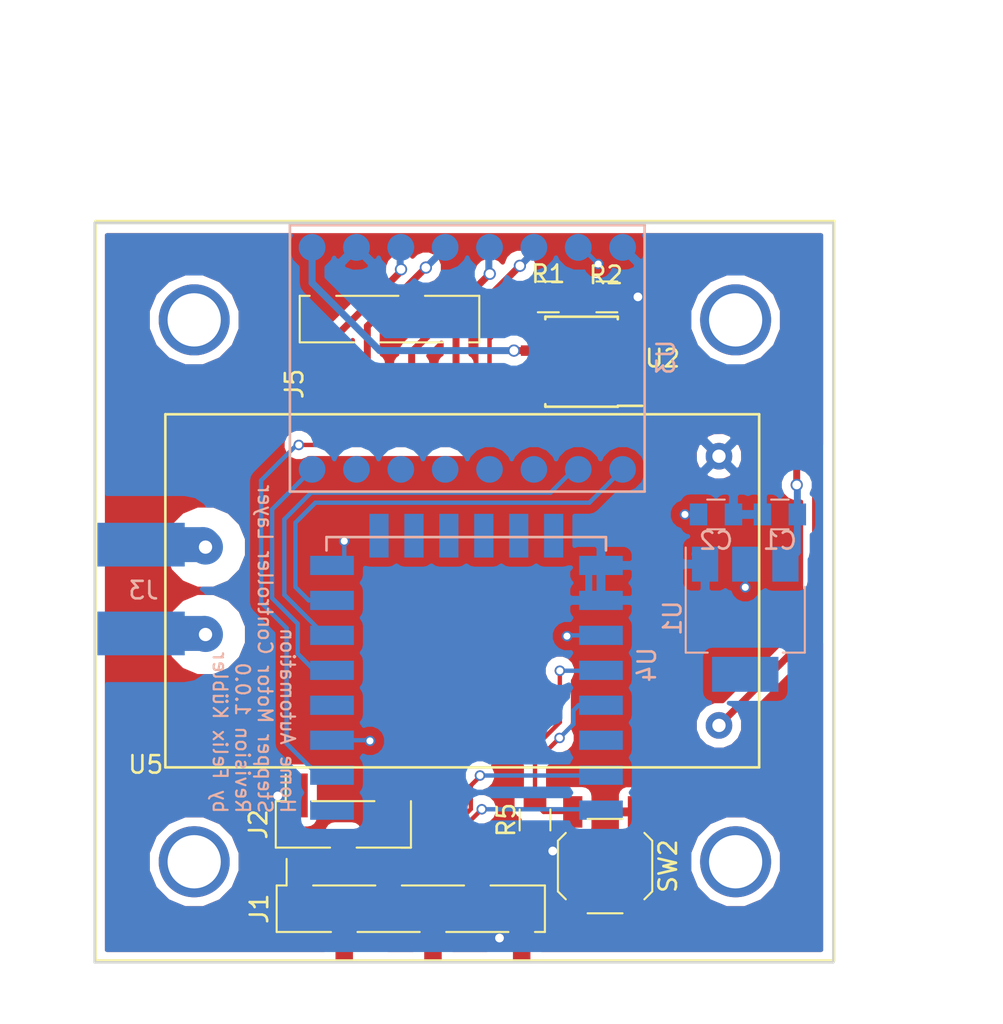
<source format=kicad_pcb>
(kicad_pcb (version 4) (host pcbnew 4.0.6)

  (general
    (links 54)
    (no_connects 1)
    (area 169.160418 33.8819 220.0826 84.48099)
    (thickness 1.6)
    (drawings 7)
    (tracks 168)
    (zones 0)
    (modules 16)
    (nets 37)
  )

  (page A4)
  (title_block
    (title "IOT Stepper Motor Power Bick")
    (date 2017-05-30)
    (rev 1.0.0)
    (company "Felix Kübler")
  )

  (layers
    (0 F.Cu signal)
    (31 B.Cu signal)
    (32 B.Adhes user)
    (33 F.Adhes user)
    (34 B.Paste user)
    (35 F.Paste user)
    (36 B.SilkS user)
    (37 F.SilkS user)
    (38 B.Mask user)
    (39 F.Mask user)
    (40 Dwgs.User user)
    (41 Cmts.User user)
    (42 Eco1.User user)
    (43 Eco2.User user)
    (44 Edge.Cuts user)
    (45 Margin user)
    (46 B.CrtYd user)
    (47 F.CrtYd user)
    (48 B.Fab user)
    (49 F.Fab user)
  )

  (setup
    (last_trace_width 0.25)
    (trace_clearance 0.2)
    (zone_clearance 0.508)
    (zone_45_only no)
    (trace_min 0.2)
    (segment_width 0.2)
    (edge_width 0.15)
    (via_size 0.6)
    (via_drill 0.4)
    (via_min_size 0.4)
    (via_min_drill 0.3)
    (uvia_size 0.3)
    (uvia_drill 0.1)
    (uvias_allowed no)
    (uvia_min_size 0.2)
    (uvia_min_drill 0.1)
    (pcb_text_width 0.3)
    (pcb_text_size 1.5 1.5)
    (mod_edge_width 0.15)
    (mod_text_size 1 1)
    (mod_text_width 0.15)
    (pad_size 1.524 1.524)
    (pad_drill 0.762)
    (pad_to_mask_clearance 0.2)
    (aux_axis_origin 0 0)
    (visible_elements 7FFEFFFF)
    (pcbplotparams
      (layerselection 0x010f0_80000001)
      (usegerberextensions false)
      (excludeedgelayer true)
      (linewidth 0.100000)
      (plotframeref false)
      (viasonmask false)
      (mode 1)
      (useauxorigin false)
      (hpglpennumber 1)
      (hpglpenspeed 20)
      (hpglpendiameter 15)
      (hpglpenoverlay 2)
      (psnegative false)
      (psa4output false)
      (plotreference true)
      (plotvalue true)
      (plotinvisibletext false)
      (padsonsilk false)
      (subtractmaskfromsilk false)
      (outputformat 1)
      (mirror false)
      (drillshape 0)
      (scaleselection 1)
      (outputdirectory gerber_data/))
  )

  (net 0 "")
  (net 1 GND)
  (net 2 +3V3)
  (net 3 +12V)
  (net 4 "Net-(J1-Pad1)")
  (net 5 RX)
  (net 6 TX)
  (net 7 RESET)
  (net 8 MODE)
  (net 9 "Net-(U4-Pad1)")
  (net 10 MOTOR_STEP)
  (net 11 MOTOR_DIR)
  (net 12 "Net-(U4-Pad19)")
  (net 13 "Net-(U4-Pad20)")
  (net 14 "Net-(J1-Pad5)")
  (net 15 MOTOR_ENABLE)
  (net 16 "Net-(J5-Pad1)")
  (net 17 "Net-(J5-Pad2)")
  (net 18 "Net-(J5-Pad3)")
  (net 19 "Net-(J5-Pad4)")
  (net 20 "Net-(U2-Pad5)")
  (net 21 "Net-(U3-Pad14)")
  (net 22 "Net-(U4-Pad4)")
  (net 23 "Net-(J3-Pad2)")
  (net 24 "Net-(J3-Pad1)")
  (net 25 "Net-(U2-Pad2)")
  (net 26 CURRENT_FEEDBACK)
  (net 27 "Net-(U3-Pad13)")
  (net 28 "Net-(U3-Pad12)")
  (net 29 "Net-(U3-Pad11)")
  (net 30 "Net-(U3-Pad10)")
  (net 31 "Net-(U4-Pad14)")
  (net 32 "Net-(U4-Pad17)")
  (net 33 "Net-(U4-Pad18)")
  (net 34 "Net-(U4-Pad21)")
  (net 35 "Net-(U4-Pad22)")
  (net 36 "Net-(R1-Pad2)")

  (net_class Default "Dies ist die voreingestellte Netzklasse."
    (clearance 0.2)
    (trace_width 0.25)
    (via_dia 0.6)
    (via_drill 0.4)
    (uvia_dia 0.3)
    (uvia_drill 0.1)
    (add_net "Net-(R1-Pad2)")
  )

  (net_class AC ""
    (clearance 1.5)
    (trace_width 2)
    (via_dia 1.6)
    (via_drill 1.2)
    (uvia_dia 0.3)
    (uvia_drill 0.1)
    (add_net "Net-(J3-Pad1)")
    (add_net "Net-(J3-Pad2)")
  )

  (net_class DC ""
    (clearance 0.2)
    (trace_width 0.25)
    (via_dia 0.6)
    (via_drill 0.4)
    (uvia_dia 0.3)
    (uvia_drill 0.1)
    (add_net +3V3)
    (add_net CURRENT_FEEDBACK)
    (add_net MODE)
    (add_net MOTOR_DIR)
    (add_net MOTOR_ENABLE)
    (add_net MOTOR_STEP)
    (add_net "Net-(J1-Pad1)")
    (add_net "Net-(J1-Pad5)")
    (add_net "Net-(U2-Pad5)")
    (add_net "Net-(U3-Pad10)")
    (add_net "Net-(U3-Pad11)")
    (add_net "Net-(U3-Pad12)")
    (add_net "Net-(U3-Pad13)")
    (add_net "Net-(U3-Pad14)")
    (add_net "Net-(U4-Pad1)")
    (add_net "Net-(U4-Pad14)")
    (add_net "Net-(U4-Pad17)")
    (add_net "Net-(U4-Pad18)")
    (add_net "Net-(U4-Pad19)")
    (add_net "Net-(U4-Pad20)")
    (add_net "Net-(U4-Pad21)")
    (add_net "Net-(U4-Pad22)")
    (add_net "Net-(U4-Pad4)")
    (add_net RESET)
    (add_net RX)
    (add_net TX)
  )

  (net_class DC12V ""
    (clearance 0.3)
    (trace_width 0.4)
    (via_dia 0.7)
    (via_drill 0.5)
    (uvia_dia 0.3)
    (uvia_drill 0.1)
    (add_net +12V)
    (add_net GND)
    (add_net "Net-(J5-Pad1)")
    (add_net "Net-(J5-Pad2)")
    (add_net "Net-(J5-Pad3)")
    (add_net "Net-(J5-Pad4)")
    (add_net "Net-(U2-Pad2)")
  )

  (module StepStick:TMC2230_SMD (layer B.Cu) (tedit 5ACF72D0) (tstamp 5ACF5770)
    (at 197.2945 41.9735 90)
    (path /5A56765A)
    (fp_text reference U3 (at -2.9845 11.3665 90) (layer B.SilkS)
      (effects (font (size 1 1) (thickness 0.15)) (justify mirror))
    )
    (fp_text value TMC2130 (at -3.048 1.27 90) (layer B.Fab)
      (effects (font (size 1 1) (thickness 0.15)) (justify mirror))
    )
    (fp_line (start 4.572 10.16) (end 4.572 -10.16) (layer B.SilkS) (width 0.15))
    (fp_line (start 4.572 -10.16) (end -10.668 -10.16) (layer B.SilkS) (width 0.15))
    (fp_line (start -10.668 -10.16) (end -10.668 10.16) (layer B.SilkS) (width 0.15))
    (fp_line (start 4.552 10.15) (end -10.648 10.15) (layer B.SilkS) (width 0.15))
    (pad 8 smd circle (at 3.302 -8.89 90) (size 1.524 1.524) (layers B.Cu B.Paste B.Mask)
      (net 3 +12V))
    (pad 7 smd circle (at 3.302 -6.35 90) (size 1.524 1.524) (layers B.Cu B.Paste B.Mask)
      (net 1 GND))
    (pad 6 smd circle (at 3.302 -3.81 90) (size 1.524 1.524) (layers B.Cu B.Paste B.Mask)
      (net 19 "Net-(J5-Pad4)"))
    (pad 5 smd circle (at 3.302 -1.27 90) (size 1.524 1.524) (layers B.Cu B.Paste B.Mask)
      (net 18 "Net-(J5-Pad3)"))
    (pad 4 smd circle (at 3.302 1.27 90) (size 1.524 1.524) (layers B.Cu B.Paste B.Mask)
      (net 17 "Net-(J5-Pad2)"))
    (pad 3 smd circle (at 3.302 3.81 90) (size 1.524 1.524) (layers B.Cu B.Paste B.Mask)
      (net 16 "Net-(J5-Pad1)"))
    (pad 2 smd circle (at 3.302 6.35 90) (size 1.524 1.524) (layers B.Cu B.Paste B.Mask)
      (net 2 +3V3))
    (pad 1 smd circle (at 3.302 8.89 90) (size 1.524 1.524) (layers B.Cu B.Paste B.Mask)
      (net 1 GND))
    (pad 1 smd circle (at 3.302 8.89 90) (size 1.524 1.524) (layers B.Cu B.Paste B.Mask)
      (net 1 GND))
    (pad 16 smd circle (at -9.398 8.89 90) (size 1.524 1.524) (layers B.Cu B.Paste B.Mask)
      (net 11 MOTOR_DIR))
    (pad 2 smd circle (at 3.302 6.35 90) (size 1.524 1.524) (layers B.Cu B.Paste B.Mask)
      (net 2 +3V3))
    (pad 15 smd circle (at -9.398 6.35 90) (size 1.524 1.524) (layers B.Cu B.Paste B.Mask)
      (net 10 MOTOR_STEP))
    (pad 3 smd circle (at 3.302 3.81 90) (size 1.524 1.524) (layers B.Cu B.Paste B.Mask)
      (net 16 "Net-(J5-Pad1)"))
    (pad 14 smd circle (at -9.398 3.81 90) (size 1.524 1.524) (layers B.Cu B.Paste B.Mask)
      (net 21 "Net-(U3-Pad14)"))
    (pad 4 smd circle (at 3.302 1.27 90) (size 1.524 1.524) (layers B.Cu B.Paste B.Mask)
      (net 17 "Net-(J5-Pad2)"))
    (pad 13 smd circle (at -9.398 1.27 90) (size 1.524 1.524) (layers B.Cu B.Paste B.Mask)
      (net 27 "Net-(U3-Pad13)"))
    (pad 5 smd circle (at 3.302 -1.27 90) (size 1.524 1.524) (layers B.Cu B.Paste B.Mask)
      (net 18 "Net-(J5-Pad3)"))
    (pad 12 smd circle (at -9.398 -1.27 90) (size 1.524 1.524) (layers B.Cu B.Paste B.Mask)
      (net 28 "Net-(U3-Pad12)"))
    (pad 6 smd circle (at 3.302 -3.81 90) (size 1.524 1.524) (layers B.Cu B.Paste B.Mask)
      (net 19 "Net-(J5-Pad4)"))
    (pad 11 smd circle (at -9.398 -3.81 90) (size 1.524 1.524) (layers B.Cu B.Paste B.Mask)
      (net 29 "Net-(U3-Pad11)"))
    (pad 7 smd circle (at 3.302 -6.35 90) (size 1.524 1.524) (layers B.Cu B.Paste B.Mask)
      (net 1 GND))
    (pad 10 smd circle (at -9.398 -6.35 90) (size 1.524 1.524) (layers B.Cu B.Paste B.Mask)
      (net 30 "Net-(U3-Pad10)"))
    (pad 8 smd circle (at 3.302 -8.89 90) (size 1.524 1.524) (layers B.Cu B.Paste B.Mask)
      (net 3 +12V))
    (pad 9 smd circle (at -9.398 -8.89 90) (size 1.524 1.524) (layers B.Cu B.Paste B.Mask)
      (net 15 MOTOR_ENABLE))
    (model ${KIPRJMOD}/Libraries/3DParts/A4988.3dshapes/A4988.wrl
      (at (xyz -0.12 0.4 0))
      (scale (xyz 0.3937 0.3937 0.3937))
      (rotate (xyz 0 0 90))
    )
  )

  (module Capacitors_SMD:C_0805 (layer B.Cu) (tedit 58AA8463) (tstamp 5AC9686D)
    (at 215.1888 53.9496)
    (descr "Capacitor SMD 0805, reflow soldering, AVX (see smccp.pdf)")
    (tags "capacitor 0805")
    (path /5A295100)
    (attr smd)
    (fp_text reference C1 (at 0 1.5) (layer B.SilkS)
      (effects (font (size 1 1) (thickness 0.15)) (justify mirror))
    )
    (fp_text value C (at 0 -1.75) (layer B.Fab)
      (effects (font (size 1 1) (thickness 0.15)) (justify mirror))
    )
    (fp_text user %R (at 0 1.5) (layer B.Fab)
      (effects (font (size 1 1) (thickness 0.15)) (justify mirror))
    )
    (fp_line (start -1 -0.62) (end -1 0.62) (layer B.Fab) (width 0.1))
    (fp_line (start 1 -0.62) (end -1 -0.62) (layer B.Fab) (width 0.1))
    (fp_line (start 1 0.62) (end 1 -0.62) (layer B.Fab) (width 0.1))
    (fp_line (start -1 0.62) (end 1 0.62) (layer B.Fab) (width 0.1))
    (fp_line (start 0.5 0.85) (end -0.5 0.85) (layer B.SilkS) (width 0.12))
    (fp_line (start -0.5 -0.85) (end 0.5 -0.85) (layer B.SilkS) (width 0.12))
    (fp_line (start -1.75 0.88) (end 1.75 0.88) (layer B.CrtYd) (width 0.05))
    (fp_line (start -1.75 0.88) (end -1.75 -0.87) (layer B.CrtYd) (width 0.05))
    (fp_line (start 1.75 -0.87) (end 1.75 0.88) (layer B.CrtYd) (width 0.05))
    (fp_line (start 1.75 -0.87) (end -1.75 -0.87) (layer B.CrtYd) (width 0.05))
    (pad 1 smd rect (at -1 0) (size 1 1.25) (layers B.Cu B.Paste B.Mask)
      (net 1 GND))
    (pad 2 smd rect (at 1 0) (size 1 1.25) (layers B.Cu B.Paste B.Mask)
      (net 3 +12V))
    (model Capacitors_SMD.3dshapes/C_0805.wrl
      (at (xyz 0 0 0))
      (scale (xyz 1 1 1))
      (rotate (xyz 0 0 0))
    )
  )

  (module Capacitors_SMD:C_0805 (layer B.Cu) (tedit 58AA8463) (tstamp 5AC96873)
    (at 211.5312 53.9496)
    (descr "Capacitor SMD 0805, reflow soldering, AVX (see smccp.pdf)")
    (tags "capacitor 0805")
    (path /5A295074)
    (attr smd)
    (fp_text reference C2 (at 0 1.5) (layer B.SilkS)
      (effects (font (size 1 1) (thickness 0.15)) (justify mirror))
    )
    (fp_text value C (at 0 -1.75) (layer B.Fab)
      (effects (font (size 1 1) (thickness 0.15)) (justify mirror))
    )
    (fp_text user %R (at 0 1.5) (layer B.Fab)
      (effects (font (size 1 1) (thickness 0.15)) (justify mirror))
    )
    (fp_line (start -1 -0.62) (end -1 0.62) (layer B.Fab) (width 0.1))
    (fp_line (start 1 -0.62) (end -1 -0.62) (layer B.Fab) (width 0.1))
    (fp_line (start 1 0.62) (end 1 -0.62) (layer B.Fab) (width 0.1))
    (fp_line (start -1 0.62) (end 1 0.62) (layer B.Fab) (width 0.1))
    (fp_line (start 0.5 0.85) (end -0.5 0.85) (layer B.SilkS) (width 0.12))
    (fp_line (start -0.5 -0.85) (end 0.5 -0.85) (layer B.SilkS) (width 0.12))
    (fp_line (start -1.75 0.88) (end 1.75 0.88) (layer B.CrtYd) (width 0.05))
    (fp_line (start -1.75 0.88) (end -1.75 -0.87) (layer B.CrtYd) (width 0.05))
    (fp_line (start 1.75 -0.87) (end 1.75 0.88) (layer B.CrtYd) (width 0.05))
    (fp_line (start 1.75 -0.87) (end -1.75 -0.87) (layer B.CrtYd) (width 0.05))
    (pad 1 smd rect (at -1 0) (size 1 1.25) (layers B.Cu B.Paste B.Mask)
      (net 2 +3V3))
    (pad 2 smd rect (at 1 0) (size 1 1.25) (layers B.Cu B.Paste B.Mask)
      (net 1 GND))
    (model Capacitors_SMD.3dshapes/C_0805.wrl
      (at (xyz 0 0 0))
      (scale (xyz 1 1 1))
      (rotate (xyz 0 0 0))
    )
  )

  (module Resistors_SMD:R_0805 (layer F.Cu) (tedit 58E0A804) (tstamp 5AC96898)
    (at 201.168 71.4248 90)
    (descr "Resistor SMD 0805, reflow soldering, Vishay (see dcrcw.pdf)")
    (tags "resistor 0805")
    (path /599EC273)
    (attr smd)
    (fp_text reference R5 (at 0 -1.65 90) (layer F.SilkS)
      (effects (font (size 1 1) (thickness 0.15)))
    )
    (fp_text value "RND 0805 1 10K" (at 0 1.75 90) (layer F.Fab)
      (effects (font (size 1 1) (thickness 0.15)))
    )
    (fp_text user %R (at 0 0 90) (layer F.Fab)
      (effects (font (size 0.5 0.5) (thickness 0.075)))
    )
    (fp_line (start -1 0.62) (end -1 -0.62) (layer F.Fab) (width 0.1))
    (fp_line (start 1 0.62) (end -1 0.62) (layer F.Fab) (width 0.1))
    (fp_line (start 1 -0.62) (end 1 0.62) (layer F.Fab) (width 0.1))
    (fp_line (start -1 -0.62) (end 1 -0.62) (layer F.Fab) (width 0.1))
    (fp_line (start 0.6 0.88) (end -0.6 0.88) (layer F.SilkS) (width 0.12))
    (fp_line (start -0.6 -0.88) (end 0.6 -0.88) (layer F.SilkS) (width 0.12))
    (fp_line (start -1.55 -0.9) (end 1.55 -0.9) (layer F.CrtYd) (width 0.05))
    (fp_line (start -1.55 -0.9) (end -1.55 0.9) (layer F.CrtYd) (width 0.05))
    (fp_line (start 1.55 0.9) (end 1.55 -0.9) (layer F.CrtYd) (width 0.05))
    (fp_line (start 1.55 0.9) (end -1.55 0.9) (layer F.CrtYd) (width 0.05))
    (pad 1 smd rect (at -0.95 0 90) (size 0.7 1.3) (layers F.Cu F.Paste F.Mask)
      (net 1 GND))
    (pad 2 smd rect (at 0.95 0 90) (size 0.7 1.3) (layers F.Cu F.Paste F.Mask)
      (net 7 RESET))
    (model ${KISYS3DMOD}/Resistors_SMD.3dshapes/R_0805.wrl
      (at (xyz 0 0 0))
      (scale (xyz 1 1 1))
      (rotate (xyz 0 0 0))
    )
  )

  (module Buttons_Switches_SMD:SW_SPST_SKQG (layer F.Cu) (tedit 58724BB1) (tstamp 5AC968A0)
    (at 205.1812 74.0664 270)
    (descr "ALPS 5.2mm Square Low-profile TACT Switch (SMD), http://www.alps.com/prod/info/E/PDF/Tact/SurfaceMount/SKQG/SKQG.PDF")
    (tags "SPST Button Switch")
    (path /599EBC5A)
    (attr smd)
    (fp_text reference SW2 (at 0 -3.6 270) (layer F.SilkS)
      (effects (font (size 1 1) (thickness 0.15)))
    )
    (fp_text value SW_DPST_x2 (at 0 3.7 270) (layer F.Fab)
      (effects (font (size 1 1) (thickness 0.15)))
    )
    (fp_line (start 1.45 -2.6) (end 2.55 -1.5) (layer F.Fab) (width 0.1))
    (fp_line (start 2.55 -1.5) (end 2.55 1.45) (layer F.Fab) (width 0.1))
    (fp_line (start 2.55 1.45) (end 1.4 2.6) (layer F.Fab) (width 0.1))
    (fp_line (start 1.4 2.6) (end -1.45 2.6) (layer F.Fab) (width 0.1))
    (fp_line (start -1.45 2.6) (end -2.6 1.45) (layer F.Fab) (width 0.1))
    (fp_line (start -2.6 1.45) (end -2.6 -1.45) (layer F.Fab) (width 0.1))
    (fp_line (start -2.6 -1.45) (end -1.45 -2.6) (layer F.Fab) (width 0.1))
    (fp_line (start -1.45 -2.6) (end 1.45 -2.6) (layer F.Fab) (width 0.1))
    (fp_text user %R (at 0 -3.6 270) (layer F.Fab)
      (effects (font (size 1 1) (thickness 0.15)))
    )
    (fp_line (start -4.25 -2.95) (end -4.25 2.95) (layer F.CrtYd) (width 0.05))
    (fp_line (start 4.25 -2.95) (end -4.25 -2.95) (layer F.CrtYd) (width 0.05))
    (fp_line (start 4.25 2.95) (end 4.25 -2.95) (layer F.CrtYd) (width 0.05))
    (fp_line (start -4.25 2.95) (end 4.25 2.95) (layer F.CrtYd) (width 0.05))
    (fp_line (start -1.2 -1.8) (end 1.2 -1.8) (layer F.Fab) (width 0.1))
    (fp_line (start -1.8 -1.2) (end -1.2 -1.8) (layer F.Fab) (width 0.1))
    (fp_line (start -1.8 1.2) (end -1.8 -1.2) (layer F.Fab) (width 0.1))
    (fp_line (start -1.2 1.8) (end -1.8 1.2) (layer F.Fab) (width 0.1))
    (fp_line (start 1.2 1.8) (end -1.2 1.8) (layer F.Fab) (width 0.1))
    (fp_line (start 1.8 1.2) (end 1.2 1.8) (layer F.Fab) (width 0.1))
    (fp_line (start 1.8 -1.2) (end 1.8 1.2) (layer F.Fab) (width 0.1))
    (fp_line (start 1.2 -1.8) (end 1.8 -1.2) (layer F.Fab) (width 0.1))
    (fp_line (start -1.45 -2.7) (end 1.45 -2.7) (layer F.SilkS) (width 0.12))
    (fp_line (start -1.9 -2.25) (end -1.45 -2.7) (layer F.SilkS) (width 0.12))
    (fp_line (start -2.7 1) (end -2.7 -1) (layer F.SilkS) (width 0.12))
    (fp_line (start -1.45 2.7) (end -1.9 2.25) (layer F.SilkS) (width 0.12))
    (fp_line (start 1.45 2.7) (end -1.45 2.7) (layer F.SilkS) (width 0.12))
    (fp_line (start 1.9 2.25) (end 1.45 2.7) (layer F.SilkS) (width 0.12))
    (fp_line (start 2.7 -1) (end 2.7 1) (layer F.SilkS) (width 0.12))
    (fp_line (start 1.45 -2.7) (end 1.9 -2.25) (layer F.SilkS) (width 0.12))
    (fp_circle (center 0 0) (end 1 0) (layer F.Fab) (width 0.1))
    (pad 1 smd rect (at -3.1 -1.85 270) (size 1.8 1.1) (layers F.Cu F.Paste F.Mask)
      (net 2 +3V3))
    (pad 1 smd rect (at 3.1 -1.85 270) (size 1.8 1.1) (layers F.Cu F.Paste F.Mask)
      (net 2 +3V3))
    (pad 2 smd rect (at -3.1 1.85 270) (size 1.8 1.1) (layers F.Cu F.Paste F.Mask)
      (net 7 RESET))
    (pad 2 smd rect (at 3.1 1.85 270) (size 1.8 1.1) (layers F.Cu F.Paste F.Mask)
      (net 7 RESET))
    (model ${KIPRJMOD}/Libraries/3DParts/Button.3dshapes/SMDPushButton.wrl
      (at (xyz 0 0 0))
      (scale (xyz 1 1 1))
      (rotate (xyz 0 0 0))
    )
  )

  (module TO_SOT_Packages_SMD:SOT-223 (layer B.Cu) (tedit 5ACF72BA) (tstamp 5AC968A8)
    (at 213.2076 59.944 270)
    (descr "module CMS SOT223 4 pins")
    (tags "CMS SOT")
    (path /5A294B4E)
    (attr smd)
    (fp_text reference U1 (at -0.0635 4.1656 270) (layer B.SilkS)
      (effects (font (size 1 1) (thickness 0.15)) (justify mirror))
    )
    (fp_text value LD1117S33CTR (at 0 -4.5 270) (layer B.Fab)
      (effects (font (size 1 1) (thickness 0.15)) (justify mirror))
    )
    (fp_text user %R (at 0 0 540) (layer B.Fab)
      (effects (font (size 0.8 0.8) (thickness 0.12)) (justify mirror))
    )
    (fp_line (start -1.85 2.3) (end -0.8 3.35) (layer B.Fab) (width 0.1))
    (fp_line (start 1.91 -3.41) (end 1.91 -2.15) (layer B.SilkS) (width 0.12))
    (fp_line (start 1.91 3.41) (end 1.91 2.15) (layer B.SilkS) (width 0.12))
    (fp_line (start 4.4 3.6) (end -4.4 3.6) (layer B.CrtYd) (width 0.05))
    (fp_line (start 4.4 -3.6) (end 4.4 3.6) (layer B.CrtYd) (width 0.05))
    (fp_line (start -4.4 -3.6) (end 4.4 -3.6) (layer B.CrtYd) (width 0.05))
    (fp_line (start -4.4 3.6) (end -4.4 -3.6) (layer B.CrtYd) (width 0.05))
    (fp_line (start -1.85 2.3) (end -1.85 -3.35) (layer B.Fab) (width 0.1))
    (fp_line (start -1.85 -3.41) (end 1.91 -3.41) (layer B.SilkS) (width 0.12))
    (fp_line (start -0.8 3.35) (end 1.85 3.35) (layer B.Fab) (width 0.1))
    (fp_line (start -4.1 3.41) (end 1.91 3.41) (layer B.SilkS) (width 0.12))
    (fp_line (start -1.85 -3.35) (end 1.85 -3.35) (layer B.Fab) (width 0.1))
    (fp_line (start 1.85 3.35) (end 1.85 -3.35) (layer B.Fab) (width 0.1))
    (pad 4 smd rect (at 3.15 0 270) (size 2 3.8) (layers B.Cu B.Paste B.Mask))
    (pad 2 smd rect (at -3.15 0 270) (size 2 1.5) (layers B.Cu B.Paste B.Mask)
      (net 2 +3V3))
    (pad 3 smd rect (at -3.15 -2.3 270) (size 2 1.5) (layers B.Cu B.Paste B.Mask)
      (net 3 +12V))
    (pad 1 smd rect (at -3.15 2.3 270) (size 2 1.5) (layers B.Cu B.Paste B.Mask)
      (net 1 GND))
    (model TO_SOT_Packages_SMD.3dshapes/SOT-223.wrl
      (at (xyz 0 0 0))
      (scale (xyz 0.3937 0.3937 0.3937))
      (rotate (xyz 0 0 90))
    )
  )

  (module ESP8266:ESP-12E_SMD (layer B.Cu) (tedit 5ACF736C) (tstamp 5AC968DE)
    (at 190.246 70.866)
    (descr "Module, ESP-8266, ESP-12, 16 pad, SMD")
    (tags "Module ESP-8266 ESP8266")
    (path /592BD8DB)
    (fp_text reference U4 (at 17.3355 -8.3185 270) (layer B.SilkS)
      (effects (font (size 1 1) (thickness 0.15)) (justify mirror))
    )
    (fp_text value ESP-12E (at 5.08 -6.35 270) (layer B.Fab) hide
      (effects (font (size 1 1) (thickness 0.15)) (justify mirror))
    )
    (fp_line (start -2.25 0.5) (end -2.25 8.75) (layer B.CrtYd) (width 0.05))
    (fp_line (start -2.25 8.75) (end 15.25 8.75) (layer B.CrtYd) (width 0.05))
    (fp_line (start 15.25 8.75) (end 16.25 8.75) (layer B.CrtYd) (width 0.05))
    (fp_line (start 16.25 8.75) (end 16.25 -16) (layer B.CrtYd) (width 0.05))
    (fp_line (start 16.25 -16) (end -2.25 -16) (layer B.CrtYd) (width 0.05))
    (fp_line (start -2.25 -16) (end -2.25 0.5) (layer B.CrtYd) (width 0.05))
    (fp_line (start -1.016 8.382) (end 14.986 8.382) (layer B.CrtYd) (width 0.1524))
    (fp_line (start 14.986 8.382) (end 14.986 0.889) (layer B.CrtYd) (width 0.1524))
    (fp_line (start -1.016 8.382) (end -1.016 1.016) (layer B.CrtYd) (width 0.1524))
    (fp_line (start -1.016 -14.859) (end -1.016 -15.621) (layer B.SilkS) (width 0.1524))
    (fp_line (start -1.016 -15.621) (end 14.986 -15.621) (layer B.SilkS) (width 0.1524))
    (fp_line (start 14.986 -15.621) (end 14.986 -14.859) (layer B.SilkS) (width 0.1524))
    (fp_line (start 14.992 8.4) (end -1.008 2.6) (layer B.CrtYd) (width 0.1524))
    (fp_line (start -1.008 8.4) (end 14.992 2.6) (layer B.CrtYd) (width 0.1524))
    (fp_text user "No Copper" (at 6.892 5.4) (layer B.CrtYd)
      (effects (font (size 1 1) (thickness 0.15)) (justify mirror))
    )
    (fp_line (start -1.008 2.6) (end 14.992 2.6) (layer B.CrtYd) (width 0.1524))
    (fp_line (start 15 8.4) (end 15 -15.6) (layer B.Fab) (width 0.05))
    (fp_line (start 14.992 -15.6) (end -1.008 -15.6) (layer B.Fab) (width 0.05))
    (fp_line (start -1.008 -15.6) (end -1.008 8.4) (layer B.Fab) (width 0.05))
    (fp_line (start -1.008 8.4) (end 14.992 8.4) (layer B.Fab) (width 0.05))
    (pad 1 smd rect (at 0 0) (size 2.5 1.1) (drill (offset -0.7 0)) (layers B.Cu B.Paste B.Mask)
      (net 9 "Net-(U4-Pad1)"))
    (pad 2 smd rect (at 0 -2) (size 2.5 1.1) (drill (offset -0.7 0)) (layers B.Cu B.Paste B.Mask)
      (net 26 CURRENT_FEEDBACK))
    (pad 3 smd rect (at 0 -4) (size 2.5 1.1) (drill (offset -0.7 0)) (layers B.Cu B.Paste B.Mask)
      (net 2 +3V3))
    (pad 4 smd rect (at 0 -6) (size 2.5 1.1) (drill (offset -0.7 0)) (layers B.Cu B.Paste B.Mask)
      (net 22 "Net-(U4-Pad4)"))
    (pad 5 smd rect (at 0 -8) (size 2.5 1.1) (drill (offset -0.7 0)) (layers B.Cu B.Paste B.Mask)
      (net 15 MOTOR_ENABLE))
    (pad 6 smd rect (at 0 -10) (size 2.5 1.1) (drill (offset -0.7 0)) (layers B.Cu B.Paste B.Mask)
      (net 10 MOTOR_STEP))
    (pad 7 smd rect (at 0 -12) (size 2.5 1.1) (drill (offset -0.7 0)) (layers B.Cu B.Paste B.Mask)
      (net 11 MOTOR_DIR))
    (pad 8 smd rect (at 0 -14) (size 2.5 1.1) (drill (offset -0.7 0)) (layers B.Cu B.Paste B.Mask)
      (net 2 +3V3))
    (pad 9 smd rect (at 14 -14) (size 2.5 1.1) (drill (offset 0.7 0)) (layers B.Cu B.Paste B.Mask)
      (net 1 GND))
    (pad 10 smd rect (at 14 -12) (size 2.5 1.1) (drill (offset 0.7 0)) (layers B.Cu B.Paste B.Mask)
      (net 1 GND))
    (pad 11 smd rect (at 14 -10) (size 2.5 1.1) (drill (offset 0.7 0)) (layers B.Cu B.Paste B.Mask)
      (net 2 +3V3))
    (pad 12 smd rect (at 14 -8) (size 2.5 1.1) (drill (offset 0.7 0)) (layers B.Cu B.Paste B.Mask)
      (net 8 MODE))
    (pad 13 smd rect (at 14 -6) (size 2.5 1.1) (drill (offset 0.7 0)) (layers B.Cu B.Paste B.Mask)
      (net 7 RESET))
    (pad 14 smd rect (at 14 -4) (size 2.5 1.1) (drill (offset 0.7 0)) (layers B.Cu B.Paste B.Mask)
      (net 31 "Net-(U4-Pad14)"))
    (pad 15 smd rect (at 14 -2) (size 2.5 1.1) (drill (offset 0.7 0)) (layers B.Cu B.Paste B.Mask)
      (net 5 RX))
    (pad 16 smd rect (at 14 0) (size 2.5 1.1) (drill (offset 0.7 0)) (layers B.Cu B.Paste B.Mask)
      (net 6 TX))
    (pad 17 smd rect (at 1.99 -15 270) (size 2.5 1.1) (drill (offset -0.7 0)) (layers B.Cu B.Paste B.Mask)
      (net 32 "Net-(U4-Pad17)"))
    (pad 18 smd rect (at 3.99 -15 270) (size 2.5 1.1) (drill (offset -0.7 0)) (layers B.Cu B.Paste B.Mask)
      (net 33 "Net-(U4-Pad18)"))
    (pad 19 smd rect (at 5.99 -15 270) (size 2.5 1.1) (drill (offset -0.7 0)) (layers B.Cu B.Paste B.Mask)
      (net 12 "Net-(U4-Pad19)"))
    (pad 20 smd rect (at 7.99 -15 270) (size 2.5 1.1) (drill (offset -0.7 0)) (layers B.Cu B.Paste B.Mask)
      (net 13 "Net-(U4-Pad20)"))
    (pad 21 smd rect (at 9.99 -15 270) (size 2.5 1.1) (drill (offset -0.7 0)) (layers B.Cu B.Paste B.Mask)
      (net 34 "Net-(U4-Pad21)"))
    (pad 22 smd rect (at 11.99 -15 270) (size 2.5 1.1) (drill (offset -0.7 0)) (layers B.Cu B.Paste B.Mask)
      (net 35 "Net-(U4-Pad22)"))
    (model ${KIPRJMOD}/Libraries/3DParts/ESP8266.3dshapes/ESP-12E.wrl
      (at (xyz 0 0 0))
      (scale (xyz 0.3937 0.3937 0.3937))
      (rotate (xyz 0 0 0))
    )
  )

  (module Nema:Nema17 (layer F.Cu) (tedit 5ACF73A0) (tstamp 5AC97D8C)
    (at 197.1548 58.3184)
    (descr "module 1 pin (ou trou mecanique de percage)")
    (tags DEV)
    (path /5AC97FEF)
    (fp_text reference U6 (at 19.3802 19.9136) (layer F.SilkS) hide
      (effects (font (size 1 1) (thickness 0.15)))
    )
    (fp_text value Nema (at 0 -22.1615) (layer F.Fab)
      (effects (font (size 1 1) (thickness 0.15)))
    )
    (fp_line (start -21.15 -21.15) (end -21.15 21.15) (layer F.SilkS) (width 0.15))
    (fp_line (start -21.15 21.15) (end 21.15 21.15) (layer F.SilkS) (width 0.15))
    (fp_line (start 21.15 21.15) (end 21.15 -21.15) (layer F.SilkS) (width 0.15))
    (fp_line (start 21.15 -21.15) (end -21.15 -21.15) (layer F.SilkS) (width 0.15))
    (pad 0 thru_hole circle (at -15.5 -15.5) (size 4.064 4.064) (drill 3.048) (layers *.Cu *.Mask))
    (pad 0 thru_hole circle (at 15.5 -15.5) (size 4.064 4.064) (drill 3.048) (layers *.Cu *.Mask))
    (pad 0 thru_hole circle (at -15.5 15.5) (size 4.064 4.064) (drill 3.048) (layers *.Cu *.Mask))
    (pad 0 thru_hole circle (at 15.5 15.5) (size 4.064 4.064) (drill 3.048) (layers *.Cu *.Mask))
  )

  (module Pin_Headers:Pin_Header_Straight_1x06_Pitch2.54mm_SMD_Pin1Right (layer F.Cu) (tedit 59650532) (tstamp 5ACA206E)
    (at 194.056 76.5048 90)
    (descr "surface-mounted straight pin header, 1x06, 2.54mm pitch, single row, style 2 (pin 1 right)")
    (tags "Surface mounted pin header SMD 1x06 2.54mm single row style2 pin1 right")
    (path /592BDEB8)
    (attr smd)
    (fp_text reference J1 (at 0 -8.68 90) (layer F.SilkS)
      (effects (font (size 1 1) (thickness 0.15)))
    )
    (fp_text value "MPE 094-1-006" (at 0 8.68 90) (layer F.Fab)
      (effects (font (size 1 1) (thickness 0.15)))
    )
    (fp_line (start 1.27 7.62) (end -1.27 7.62) (layer F.Fab) (width 0.1))
    (fp_line (start -1.27 -7.62) (end 0.32 -7.62) (layer F.Fab) (width 0.1))
    (fp_line (start 1.27 7.62) (end 1.27 -6.67) (layer F.Fab) (width 0.1))
    (fp_line (start 1.27 -6.67) (end 0.32 -7.62) (layer F.Fab) (width 0.1))
    (fp_line (start -1.27 -7.62) (end -1.27 7.62) (layer F.Fab) (width 0.1))
    (fp_line (start -1.27 -4.13) (end -2.54 -4.13) (layer F.Fab) (width 0.1))
    (fp_line (start -2.54 -4.13) (end -2.54 -3.49) (layer F.Fab) (width 0.1))
    (fp_line (start -2.54 -3.49) (end -1.27 -3.49) (layer F.Fab) (width 0.1))
    (fp_line (start -1.27 0.95) (end -2.54 0.95) (layer F.Fab) (width 0.1))
    (fp_line (start -2.54 0.95) (end -2.54 1.59) (layer F.Fab) (width 0.1))
    (fp_line (start -2.54 1.59) (end -1.27 1.59) (layer F.Fab) (width 0.1))
    (fp_line (start -1.27 6.03) (end -2.54 6.03) (layer F.Fab) (width 0.1))
    (fp_line (start -2.54 6.03) (end -2.54 6.67) (layer F.Fab) (width 0.1))
    (fp_line (start -2.54 6.67) (end -1.27 6.67) (layer F.Fab) (width 0.1))
    (fp_line (start 1.27 -6.67) (end 2.54 -6.67) (layer F.Fab) (width 0.1))
    (fp_line (start 2.54 -6.67) (end 2.54 -6.03) (layer F.Fab) (width 0.1))
    (fp_line (start 2.54 -6.03) (end 1.27 -6.03) (layer F.Fab) (width 0.1))
    (fp_line (start 1.27 -1.59) (end 2.54 -1.59) (layer F.Fab) (width 0.1))
    (fp_line (start 2.54 -1.59) (end 2.54 -0.95) (layer F.Fab) (width 0.1))
    (fp_line (start 2.54 -0.95) (end 1.27 -0.95) (layer F.Fab) (width 0.1))
    (fp_line (start 1.27 3.49) (end 2.54 3.49) (layer F.Fab) (width 0.1))
    (fp_line (start 2.54 3.49) (end 2.54 4.13) (layer F.Fab) (width 0.1))
    (fp_line (start 2.54 4.13) (end 1.27 4.13) (layer F.Fab) (width 0.1))
    (fp_line (start -1.33 -7.68) (end 1.33 -7.68) (layer F.SilkS) (width 0.12))
    (fp_line (start -1.33 7.68) (end 1.33 7.68) (layer F.SilkS) (width 0.12))
    (fp_line (start 1.33 -5.59) (end 1.33 -2.03) (layer F.SilkS) (width 0.12))
    (fp_line (start 1.33 -0.51) (end 1.33 3.05) (layer F.SilkS) (width 0.12))
    (fp_line (start 1.33 4.57) (end 1.33 7.68) (layer F.SilkS) (width 0.12))
    (fp_line (start -1.33 -7.68) (end -1.33 -4.57) (layer F.SilkS) (width 0.12))
    (fp_line (start 1.33 -7.11) (end 2.85 -7.11) (layer F.SilkS) (width 0.12))
    (fp_line (start 1.33 -7.68) (end 1.33 -7.11) (layer F.SilkS) (width 0.12))
    (fp_line (start -1.33 7.11) (end -1.33 7.68) (layer F.SilkS) (width 0.12))
    (fp_line (start -1.33 -3.05) (end -1.33 0.51) (layer F.SilkS) (width 0.12))
    (fp_line (start -1.33 2.03) (end -1.33 5.59) (layer F.SilkS) (width 0.12))
    (fp_line (start -3.45 -8.15) (end -3.45 8.15) (layer F.CrtYd) (width 0.05))
    (fp_line (start -3.45 8.15) (end 3.45 8.15) (layer F.CrtYd) (width 0.05))
    (fp_line (start 3.45 8.15) (end 3.45 -8.15) (layer F.CrtYd) (width 0.05))
    (fp_line (start 3.45 -8.15) (end -3.45 -8.15) (layer F.CrtYd) (width 0.05))
    (fp_text user %R (at 0 0 180) (layer F.Fab)
      (effects (font (size 1 1) (thickness 0.15)))
    )
    (pad 2 smd rect (at -1.655 -3.81 90) (size 2.51 1) (layers F.Cu F.Paste F.Mask)
      (net 6 TX))
    (pad 4 smd rect (at -1.655 1.27 90) (size 2.51 1) (layers F.Cu F.Paste F.Mask)
      (net 2 +3V3))
    (pad 6 smd rect (at -1.655 6.35 90) (size 2.51 1) (layers F.Cu F.Paste F.Mask)
      (net 1 GND))
    (pad 1 smd rect (at 1.655 -6.35 90) (size 2.51 1) (layers F.Cu F.Paste F.Mask)
      (net 4 "Net-(J1-Pad1)"))
    (pad 3 smd rect (at 1.655 -1.27 90) (size 2.51 1) (layers F.Cu F.Paste F.Mask)
      (net 5 RX))
    (pad 5 smd rect (at 1.655 3.81 90) (size 2.51 1) (layers F.Cu F.Paste F.Mask)
      (net 14 "Net-(J1-Pad5)"))
    (model ${KISYS3DMOD}/Pin_Headers.3dshapes/Pin_Header_Straight_1x06_Pitch2.54mm_SMD_Pin1Right.wrl
      (at (xyz 0 0 0))
      (scale (xyz 1 1 1))
      (rotate (xyz 0 0 0))
    )
  )

  (module Pin_Headers:Pin_Header_Straight_1x03_Pitch2.54mm_SMD_Pin1Right (layer F.Cu) (tedit 59650532) (tstamp 5ACA20C0)
    (at 190.1952 71.6788 90)
    (descr "surface-mounted straight pin header, 1x03, 2.54mm pitch, single row, style 2 (pin 1 right)")
    (tags "Surface mounted pin header SMD 1x03 2.54mm single row style2 pin1 right")
    (path /5A5683AA)
    (attr smd)
    (fp_text reference J2 (at 0 -4.87 90) (layer F.SilkS)
      (effects (font (size 1 1) (thickness 0.15)))
    )
    (fp_text value CONN_01X03 (at 0 4.87 90) (layer F.Fab)
      (effects (font (size 1 1) (thickness 0.15)))
    )
    (fp_line (start 1.27 3.81) (end -1.27 3.81) (layer F.Fab) (width 0.1))
    (fp_line (start -1.27 -3.81) (end 0.32 -3.81) (layer F.Fab) (width 0.1))
    (fp_line (start 1.27 3.81) (end 1.27 -2.86) (layer F.Fab) (width 0.1))
    (fp_line (start 1.27 -2.86) (end 0.32 -3.81) (layer F.Fab) (width 0.1))
    (fp_line (start -1.27 -3.81) (end -1.27 3.81) (layer F.Fab) (width 0.1))
    (fp_line (start -1.27 -0.32) (end -2.54 -0.32) (layer F.Fab) (width 0.1))
    (fp_line (start -2.54 -0.32) (end -2.54 0.32) (layer F.Fab) (width 0.1))
    (fp_line (start -2.54 0.32) (end -1.27 0.32) (layer F.Fab) (width 0.1))
    (fp_line (start 1.27 -2.86) (end 2.54 -2.86) (layer F.Fab) (width 0.1))
    (fp_line (start 2.54 -2.86) (end 2.54 -2.22) (layer F.Fab) (width 0.1))
    (fp_line (start 2.54 -2.22) (end 1.27 -2.22) (layer F.Fab) (width 0.1))
    (fp_line (start 1.27 2.22) (end 2.54 2.22) (layer F.Fab) (width 0.1))
    (fp_line (start 2.54 2.22) (end 2.54 2.86) (layer F.Fab) (width 0.1))
    (fp_line (start 2.54 2.86) (end 1.27 2.86) (layer F.Fab) (width 0.1))
    (fp_line (start -1.33 -3.87) (end 1.33 -3.87) (layer F.SilkS) (width 0.12))
    (fp_line (start -1.33 3.87) (end 1.33 3.87) (layer F.SilkS) (width 0.12))
    (fp_line (start 1.33 -1.78) (end 1.33 1.78) (layer F.SilkS) (width 0.12))
    (fp_line (start -1.33 -3.87) (end -1.33 -0.76) (layer F.SilkS) (width 0.12))
    (fp_line (start 1.33 -3.3) (end 2.85 -3.3) (layer F.SilkS) (width 0.12))
    (fp_line (start 1.33 -3.87) (end 1.33 -3.3) (layer F.SilkS) (width 0.12))
    (fp_line (start -1.33 3.3) (end -1.33 3.87) (layer F.SilkS) (width 0.12))
    (fp_line (start -1.33 0.76) (end -1.33 3.87) (layer F.SilkS) (width 0.12))
    (fp_line (start -3.45 -4.35) (end -3.45 4.35) (layer F.CrtYd) (width 0.05))
    (fp_line (start -3.45 4.35) (end 3.45 4.35) (layer F.CrtYd) (width 0.05))
    (fp_line (start 3.45 4.35) (end 3.45 -4.35) (layer F.CrtYd) (width 0.05))
    (fp_line (start 3.45 -4.35) (end -3.45 -4.35) (layer F.CrtYd) (width 0.05))
    (fp_text user %R (at 0 0 180) (layer F.Fab)
      (effects (font (size 1 1) (thickness 0.15)))
    )
    (pad 2 smd rect (at -1.655 0 90) (size 2.51 1) (layers F.Cu F.Paste F.Mask)
      (net 8 MODE))
    (pad 1 smd rect (at 1.655 -2.54 90) (size 2.51 1) (layers F.Cu F.Paste F.Mask)
      (net 1 GND))
    (pad 3 smd rect (at 1.655 2.54 90) (size 2.51 1) (layers F.Cu F.Paste F.Mask)
      (net 2 +3V3))
    (model ${KISYS3DMOD}/Pin_Headers.3dshapes/Pin_Header_Straight_1x03_Pitch2.54mm_SMD_Pin1Right.wrl
      (at (xyz 0 0 0))
      (scale (xyz 1 1 1))
      (rotate (xyz 0 0 0))
    )
  )

  (module HiLink:HLK-PM01 (layer F.Cu) (tedit 5ACF730C) (tstamp 5AC968E6)
    (at 197.0024 58.3184)
    (path /5AA9B92D)
    (fp_text reference U5 (at -18.1229 9.9441) (layer F.SilkS)
      (effects (font (size 1 1) (thickness 0.15)))
    )
    (fp_text value HiLink (at 0 -1.27) (layer F.Fab)
      (effects (font (size 1 1) (thickness 0.15)))
    )
    (fp_line (start -17 -10.1) (end 17 -10.1) (layer F.SilkS) (width 0.15))
    (fp_line (start 17 -10.1) (end 17 10.1) (layer F.SilkS) (width 0.15))
    (fp_line (start 17 10.1) (end -17 10.1) (layer F.SilkS) (width 0.15))
    (fp_line (start -17 10.1) (end -17 -10.1) (layer F.SilkS) (width 0.15))
    (pad 1 thru_hole circle (at -14.7 -2.5) (size 1.524 1.524) (drill 0.762) (layers *.Cu *.Mask)
      (net 23 "Net-(J3-Pad2)"))
    (pad 2 thru_hole circle (at -14.7 2.5) (size 1.524 1.524) (drill 0.762) (layers *.Cu *.Mask)
      (net 24 "Net-(J3-Pad1)"))
    (pad 3 thru_hole circle (at 14.7 -7.7) (size 1.524 1.524) (drill 0.762) (layers *.Cu *.Mask)
      (net 1 GND))
    (pad 4 thru_hole circle (at 14.7 7.7) (size 1.524 1.524) (drill 0.762) (layers *.Cu *.Mask)
      (net 25 "Net-(U2-Pad2)"))
    (model ${KIPRJMOD}/Libraries/3DParts/HiLink.3dshapes/HiLinkHLK-PM01.wrl
      (at (xyz -0.669291 -0.397638 0))
      (scale (xyz 0.3937 0.3937 0.3937))
      (rotate (xyz 0 0 0))
    )
  )

  (module Terminal:SolderTerminal (layer B.Cu) (tedit 5ACF72A6) (tstamp 5ACA936F)
    (at 178.6128 58.2168)
    (descr "surface-mounted straight pin header, 1x04, 2.54mm pitch, single row, style 2 (pin 1 right)")
    (tags "Surface mounted pin header SMD 1x04 2.54mm single row style2 pin1 right")
    (path /5AC69CD5)
    (attr smd)
    (fp_text reference J3 (at 0.1397 0.0762) (layer B.SilkS)
      (effects (font (size 1 1) (thickness 0.15)) (justify mirror))
    )
    (fp_text value Screw_Terminal_1x02 (at 0 -6.14) (layer B.Fab)
      (effects (font (size 1 1) (thickness 0.15)) (justify mirror))
    )
    (pad 2 smd rect (at 0 -2.54) (size 5 2.5) (layers B.Cu B.Paste B.Mask)
      (net 23 "Net-(J3-Pad2)"))
    (pad 1 smd rect (at 0 2.54) (size 5 2.5) (layers B.Cu B.Paste B.Mask)
      (net 24 "Net-(J3-Pad1)"))
    (model ${KISYS3DMOD}/Pin_Headers.3dshapes/Pin_Header_Straight_1x04_Pitch2.54mm_SMD_Pin1Right.wrl
      (at (xyz 0 0 0))
      (scale (xyz 1 1 1))
      (rotate (xyz 0 0 0))
    )
  )

  (module Resistors_SMD:R_0805 (layer F.Cu) (tedit 5ACF7296) (tstamp 5ACA9FFB)
    (at 201.93 41.5036)
    (descr "Resistor SMD 0805, reflow soldering, Vishay (see dcrcw.pdf)")
    (tags "resistor 0805")
    (path /5ACA9F3E)
    (attr smd)
    (fp_text reference R1 (at 0 -1.3081) (layer F.SilkS)
      (effects (font (size 1 1) (thickness 0.15)))
    )
    (fp_text value "RND 0805 1 10K" (at 0 1.75) (layer F.Fab)
      (effects (font (size 1 1) (thickness 0.15)))
    )
    (fp_text user %R (at 0 0) (layer F.Fab)
      (effects (font (size 0.5 0.5) (thickness 0.075)))
    )
    (fp_line (start -1 0.62) (end -1 -0.62) (layer F.Fab) (width 0.1))
    (fp_line (start 1 0.62) (end -1 0.62) (layer F.Fab) (width 0.1))
    (fp_line (start 1 -0.62) (end 1 0.62) (layer F.Fab) (width 0.1))
    (fp_line (start -1 -0.62) (end 1 -0.62) (layer F.Fab) (width 0.1))
    (fp_line (start 0.6 0.88) (end -0.6 0.88) (layer F.SilkS) (width 0.12))
    (fp_line (start -0.6 -0.88) (end 0.6 -0.88) (layer F.SilkS) (width 0.12))
    (fp_line (start -1.55 -0.9) (end 1.55 -0.9) (layer F.CrtYd) (width 0.05))
    (fp_line (start -1.55 -0.9) (end -1.55 0.9) (layer F.CrtYd) (width 0.05))
    (fp_line (start 1.55 0.9) (end 1.55 -0.9) (layer F.CrtYd) (width 0.05))
    (fp_line (start 1.55 0.9) (end -1.55 0.9) (layer F.CrtYd) (width 0.05))
    (pad 1 smd rect (at -0.95 0) (size 0.7 1.3) (layers F.Cu F.Paste F.Mask)
      (net 26 CURRENT_FEEDBACK))
    (pad 2 smd rect (at 0.95 0) (size 0.7 1.3) (layers F.Cu F.Paste F.Mask)
      (net 36 "Net-(R1-Pad2)"))
    (model ${KISYS3DMOD}/Resistors_SMD.3dshapes/R_0805.wrl
      (at (xyz 0 0 0))
      (scale (xyz 1 1 1))
      (rotate (xyz 0 0 0))
    )
  )

  (module Resistors_SMD:R_0805 (layer F.Cu) (tedit 5ACF7291) (tstamp 5ACAA001)
    (at 205.2828 41.5036 180)
    (descr "Resistor SMD 0805, reflow soldering, Vishay (see dcrcw.pdf)")
    (tags "resistor 0805")
    (path /5ACAA259)
    (attr smd)
    (fp_text reference R2 (at 0.0508 1.2446 180) (layer F.SilkS)
      (effects (font (size 1 1) (thickness 0.15)))
    )
    (fp_text value "RND 0805 1 10K" (at 0 1.75 180) (layer F.Fab)
      (effects (font (size 1 1) (thickness 0.15)))
    )
    (fp_text user %R (at 0 0 180) (layer F.Fab)
      (effects (font (size 0.5 0.5) (thickness 0.075)))
    )
    (fp_line (start -1 0.62) (end -1 -0.62) (layer F.Fab) (width 0.1))
    (fp_line (start 1 0.62) (end -1 0.62) (layer F.Fab) (width 0.1))
    (fp_line (start 1 -0.62) (end 1 0.62) (layer F.Fab) (width 0.1))
    (fp_line (start -1 -0.62) (end 1 -0.62) (layer F.Fab) (width 0.1))
    (fp_line (start 0.6 0.88) (end -0.6 0.88) (layer F.SilkS) (width 0.12))
    (fp_line (start -0.6 -0.88) (end 0.6 -0.88) (layer F.SilkS) (width 0.12))
    (fp_line (start -1.55 -0.9) (end 1.55 -0.9) (layer F.CrtYd) (width 0.05))
    (fp_line (start -1.55 -0.9) (end -1.55 0.9) (layer F.CrtYd) (width 0.05))
    (fp_line (start 1.55 0.9) (end 1.55 -0.9) (layer F.CrtYd) (width 0.05))
    (fp_line (start 1.55 0.9) (end -1.55 0.9) (layer F.CrtYd) (width 0.05))
    (pad 1 smd rect (at -0.95 0 180) (size 0.7 1.3) (layers F.Cu F.Paste F.Mask)
      (net 1 GND))
    (pad 2 smd rect (at 0.95 0 180) (size 0.7 1.3) (layers F.Cu F.Paste F.Mask)
      (net 36 "Net-(R1-Pad2)"))
    (model ${KISYS3DMOD}/Resistors_SMD.3dshapes/R_0805.wrl
      (at (xyz 0 0 0))
      (scale (xyz 1 1 1))
      (rotate (xyz 0 0 0))
    )
  )

  (module Terminal:Pin_Header_SMD_Angled_2.54mm (layer F.Cu) (tedit 5ACF72F0) (tstamp 5ACA207C)
    (at 192.8368 44.0436 270)
    (descr "surface-mounted straight pin header, 1x04, 2.54mm pitch, single row, style 2 (pin 1 right)")
    (tags "Surface mounted pin header SMD 1x04 2.54mm single row style2 pin1 right")
    (path /5A2EBF8D)
    (attr smd)
    (fp_text reference J5 (at 2.4384 5.4483 270) (layer F.SilkS)
      (effects (font (size 1 1) (thickness 0.15)))
    )
    (fp_text value CONN_01X04 (at 0 6.14 270) (layer F.Fab)
      (effects (font (size 1 1) (thickness 0.15)))
    )
    (fp_line (start 0 5.08) (end -2.54 5.08) (layer F.Fab) (width 0.1))
    (fp_line (start -2.54 -5.08) (end -0.95 -5.08) (layer F.Fab) (width 0.1))
    (fp_line (start 0 5.08) (end 0 -4.13) (layer F.Fab) (width 0.1))
    (fp_line (start 0 -4.13) (end -0.95 -5.08) (layer F.Fab) (width 0.1))
    (fp_line (start -2.54 -5.08) (end -2.54 5.08) (layer F.Fab) (width 0.1))
    (fp_line (start 1.27 -4.13) (end 2.54 -4.13) (layer F.Fab) (width 0.1))
    (fp_line (start 2.54 -4.13) (end 2.54 -3.49) (layer F.Fab) (width 0.1))
    (fp_line (start 2.54 -3.49) (end 1.27 -3.49) (layer F.Fab) (width 0.1))
    (fp_line (start 1.27 0.95) (end 2.54 0.95) (layer F.Fab) (width 0.1))
    (fp_line (start 2.54 0.95) (end 2.54 1.59) (layer F.Fab) (width 0.1))
    (fp_line (start 2.54 1.59) (end 1.27 1.59) (layer F.Fab) (width 0.1))
    (fp_line (start -2.6 -5.14) (end 0.06 -5.14) (layer F.SilkS) (width 0.12))
    (fp_line (start -2.6 5.14) (end 0.06 5.14) (layer F.SilkS) (width 0.12))
    (fp_line (start 0.06 -3.05) (end 0.06 0.51) (layer F.SilkS) (width 0.12))
    (fp_line (start 0.06 2.03) (end 0.06 5.14) (layer F.SilkS) (width 0.12))
    (fp_line (start -2.6 -5.14) (end -2.6 -2.03) (layer F.SilkS) (width 0.12))
    (fp_line (start 0.06 -5.14) (end 0.06 -4.57) (layer F.SilkS) (width 0.12))
    (fp_line (start -2.6 4.57) (end -2.6 5.14) (layer F.SilkS) (width 0.12))
    (fp_line (start -2.6 -0.51) (end -2.6 3.05) (layer F.SilkS) (width 0.12))
    (fp_line (start -3.45 -5.6) (end -3.45 5.6) (layer F.CrtYd) (width 0.05))
    (fp_line (start -3.45 5.6) (end 3.45 5.6) (layer F.CrtYd) (width 0.05))
    (fp_line (start 3.45 5.6) (end 3.45 -5.6) (layer F.CrtYd) (width 0.05))
    (fp_line (start 3.45 -5.6) (end -3.45 -5.6) (layer F.CrtYd) (width 0.05))
    (fp_text user %R (at 2.5019 5.7023 360) (layer F.Fab)
      (effects (font (size 1 1) (thickness 0.15)))
    )
    (pad 2 smd rect (at 2.54 -1.27 270) (size 2.51 1) (layers F.Cu F.Paste F.Mask)
      (net 17 "Net-(J5-Pad2)"))
    (pad 4 smd rect (at 2.54 3.81 270) (size 2.51 1) (layers F.Cu F.Paste F.Mask)
      (net 19 "Net-(J5-Pad4)"))
    (pad 1 smd rect (at 2.54 -3.81 270) (size 2.51 1) (layers F.Cu F.Paste F.Mask)
      (net 16 "Net-(J5-Pad1)"))
    (pad 3 smd rect (at 2.54 1.27 270) (size 2.51 1) (layers F.Cu F.Paste F.Mask)
      (net 18 "Net-(J5-Pad3)"))
    (model ${KISYS3DMOD}/Pin_Headers.3dshapes/Pin_Header_Straight_1x04_Pitch2.54mm_SMD_Pin1Right.wrl
      (at (xyz 0 0 0))
      (scale (xyz 1 1 1))
      (rotate (xyz 0 90 0))
    )
  )

  (module Housings_SOIC:SOIC-8_3.9x4.9mm_Pitch1.27mm (layer F.Cu) (tedit 5ACF733A) (tstamp 5ACF70F8)
    (at 203.835 45.212 180)
    (descr "8-Lead Plastic Small Outline (SN) - Narrow, 3.90 mm Body [SOIC] (see Microchip Packaging Specification 00000049BS.pdf)")
    (tags "SOIC 1.27")
    (path /5AC699A6)
    (attr smd)
    (fp_text reference U2 (at -4.6355 0.1905 180) (layer F.SilkS)
      (effects (font (size 1 1) (thickness 0.15)))
    )
    (fp_text value MAX471 (at 0 3.5 180) (layer F.Fab)
      (effects (font (size 1 1) (thickness 0.15)))
    )
    (fp_line (start -0.95 -2.45) (end 1.95 -2.45) (layer F.Fab) (width 0.15))
    (fp_line (start 1.95 -2.45) (end 1.95 2.45) (layer F.Fab) (width 0.15))
    (fp_line (start 1.95 2.45) (end -1.95 2.45) (layer F.Fab) (width 0.15))
    (fp_line (start -1.95 2.45) (end -1.95 -1.45) (layer F.Fab) (width 0.15))
    (fp_line (start -1.95 -1.45) (end -0.95 -2.45) (layer F.Fab) (width 0.15))
    (fp_line (start -3.75 -2.75) (end -3.75 2.75) (layer F.CrtYd) (width 0.05))
    (fp_line (start 3.75 -2.75) (end 3.75 2.75) (layer F.CrtYd) (width 0.05))
    (fp_line (start -3.75 -2.75) (end 3.75 -2.75) (layer F.CrtYd) (width 0.05))
    (fp_line (start -3.75 2.75) (end 3.75 2.75) (layer F.CrtYd) (width 0.05))
    (fp_line (start -2.075 -2.575) (end -2.075 -2.525) (layer F.SilkS) (width 0.15))
    (fp_line (start 2.075 -2.575) (end 2.075 -2.43) (layer F.SilkS) (width 0.15))
    (fp_line (start 2.075 2.575) (end 2.075 2.43) (layer F.SilkS) (width 0.15))
    (fp_line (start -2.075 2.575) (end -2.075 2.43) (layer F.SilkS) (width 0.15))
    (fp_line (start -2.075 -2.575) (end 2.075 -2.575) (layer F.SilkS) (width 0.15))
    (fp_line (start -2.075 2.575) (end 2.075 2.575) (layer F.SilkS) (width 0.15))
    (fp_line (start -2.075 -2.525) (end -3.475 -2.525) (layer F.SilkS) (width 0.15))
    (pad 1 smd rect (at -2.7 -1.905 180) (size 1.55 0.6) (layers F.Cu F.Paste F.Mask)
      (net 1 GND))
    (pad 2 smd rect (at -2.7 -0.635 180) (size 1.55 0.6) (layers F.Cu F.Paste F.Mask)
      (net 25 "Net-(U2-Pad2)"))
    (pad 3 smd rect (at -2.7 0.635 180) (size 1.55 0.6) (layers F.Cu F.Paste F.Mask)
      (net 25 "Net-(U2-Pad2)"))
    (pad 4 smd rect (at -2.7 1.905 180) (size 1.55 0.6) (layers F.Cu F.Paste F.Mask)
      (net 1 GND))
    (pad 5 smd rect (at 2.7 1.905 180) (size 1.55 0.6) (layers F.Cu F.Paste F.Mask)
      (net 20 "Net-(U2-Pad5)"))
    (pad 6 smd rect (at 2.7 0.635 180) (size 1.55 0.6) (layers F.Cu F.Paste F.Mask)
      (net 3 +12V))
    (pad 7 smd rect (at 2.7 -0.635 180) (size 1.55 0.6) (layers F.Cu F.Paste F.Mask)
      (net 3 +12V))
    (pad 8 smd rect (at 2.7 -1.905 180) (size 1.55 0.6) (layers F.Cu F.Paste F.Mask)
      (net 36 "Net-(R1-Pad2)"))
    (model Housings_SOIC.3dshapes/SOIC-8_3.9x4.9mm_Pitch1.27mm.wrl
      (at (xyz 0 0 0))
      (scale (xyz 1 1 1))
      (rotate (xyz 0 0 0))
    )
  )

  (dimension 40.843208 (width 0.3) (layer Cmts.User)
    (gr_text "40,843 mm" (at 225.28946 58.42482 89.9643683) (layer Cmts.User)
      (effects (font (size 1.5 1.5) (thickness 0.3)))
    )
    (feature1 (pts (xy 217.551 37.9984) (xy 226.65216 38.00406)))
    (feature2 (pts (xy 217.5256 78.8416) (xy 226.62676 78.84726)))
    (crossbar (pts (xy 223.926761 78.845581) (xy 223.952161 38.002381)))
    (arrow1a (pts (xy 223.952161 38.002381) (xy 224.537881 39.129249)))
    (arrow1b (pts (xy 223.952161 38.002381) (xy 223.36504 39.12852)))
    (arrow2a (pts (xy 223.926761 78.845581) (xy 224.513882 77.719442)))
    (arrow2b (pts (xy 223.926761 78.845581) (xy 223.341041 77.718713)))
  )
  (dimension 40.741671 (width 0.3) (layer Cmts.User)
    (gr_text "40,742 mm" (at 197.125575 26.373996 359.8928384) (layer Cmts.User)
      (effects (font (size 1.5 1.5) (thickness 0.3)))
    )
    (feature1 (pts (xy 217.4748 37.9476) (xy 217.4989 25.062099)))
    (feature2 (pts (xy 176.7332 37.8714) (xy 176.7573 24.985899)))
    (crossbar (pts (xy 176.75225 27.685894) (xy 217.49385 27.762094)))
    (arrow1a (pts (xy 217.49385 27.762094) (xy 216.366251 28.346407)))
    (arrow1b (pts (xy 217.49385 27.762094) (xy 216.368445 27.173567)))
    (arrow2a (pts (xy 176.75225 27.685894) (xy 177.877655 28.274421)))
    (arrow2b (pts (xy 176.75225 27.685894) (xy 177.879849 27.101581)))
  )
  (gr_line (start 218.2495 37.2745) (end 175.9585 37.2745) (angle 90) (layer Edge.Cuts) (width 0.15))
  (gr_line (start 218.2495 79.5655) (end 218.2495 37.2745) (angle 90) (layer Edge.Cuts) (width 0.15))
  (gr_line (start 175.9585 79.5655) (end 218.2495 79.5655) (angle 90) (layer Edge.Cuts) (width 0.15))
  (gr_line (start 175.9585 37.2745) (end 175.9585 79.5655) (angle 90) (layer Edge.Cuts) (width 0.15))
  (gr_text "Home Automation\nStepper Motor Controller Layer\nRevision 1.0.0\nby Felix Kübler" (at 185.0644 71.12 270) (layer B.SilkS)
    (effects (font (size 0.8 0.8) (thickness 0.125)) (justify left mirror))
  )

  (segment (start 206.2328 41.5036) (end 206.2328 42.9108) (width 0.4) (layer F.Cu) (net 1))
  (segment (start 206.2328 42.9108) (end 206.629 43.307) (width 0.4) (layer F.Cu) (net 1) (tstamp 5ACF58F1))
  (segment (start 206.629 47.117) (end 206.0575 47.117) (width 0.4) (layer F.Cu) (net 1))
  (segment (start 206.0575 47.117) (end 205.486 46.5455) (width 0.4) (layer F.Cu) (net 1) (tstamp 5ACF58DE))
  (segment (start 205.486 46.5455) (end 205.486 43.815) (width 0.4) (layer F.Cu) (net 1) (tstamp 5ACF58E3))
  (segment (start 205.486 43.815) (end 205.994 43.307) (width 0.4) (layer F.Cu) (net 1) (tstamp 5ACF58E5))
  (segment (start 205.994 43.307) (end 206.629 43.307) (width 0.4) (layer F.Cu) (net 1) (tstamp 5ACF58EA))
  (segment (start 206.2988 38.6588) (end 206.1464 38.6588) (width 0.4) (layer B.Cu) (net 1) (tstamp 5ACAA0C8))
  (segment (start 206.2328 41.5036) (end 207.0608 41.5036) (width 0.4) (layer F.Cu) (net 1))
  (via (at 207.0608 41.5036) (size 0.7) (drill 0.5) (layers F.Cu B.Cu) (net 1))
  (segment (start 204.246 56.866) (end 204.246 58.866) (width 0.4) (layer B.Cu) (net 1))
  (segment (start 201.168 72.3748) (end 201.356 72.3748) (width 0.4) (layer F.Cu) (net 1))
  (segment (start 201.356 72.3748) (end 202.184 73.2028) (width 0.4) (layer F.Cu) (net 1) (tstamp 5ACA8D07))
  (via (at 202.184 73.2028) (size 0.7) (drill 0.5) (layers F.Cu B.Cu) (net 1))
  (segment (start 187.6552 70.0238) (end 186.4654 70.0238) (width 0.4) (layer F.Cu) (net 1))
  (via (at 186.436 70.0532) (size 0.7) (drill 0.5) (layers F.Cu B.Cu) (net 1))
  (segment (start 186.4654 70.0238) (end 186.436 70.0532) (width 0.4) (layer F.Cu) (net 1) (tstamp 5ACA8AF0))
  (segment (start 200.406 78.1598) (end 199.1574 78.1598) (width 0.4) (layer F.Cu) (net 1))
  (via (at 199.136 78.1812) (size 0.7) (drill 0.5) (layers F.Cu B.Cu) (net 1))
  (segment (start 199.1574 78.1598) (end 199.136 78.1812) (width 0.4) (layer F.Cu) (net 1) (tstamp 5ACA8AEA))
  (segment (start 210.328 56.2144) (end 210.9076 56.794) (width 0.4) (layer B.Cu) (net 1) (tstamp 5ACA879B))
  (segment (start 203.6445 38.6715) (end 203.835 38.6715) (width 0.25) (layer B.Cu) (net 2))
  (segment (start 203.835 38.6715) (end 204.7875 39.624) (width 0.25) (layer B.Cu) (net 2) (tstamp 5ACF5839))
  (via (at 204.7875 39.624) (size 0.6) (drill 0.4) (layers F.Cu B.Cu) (net 2))
  (segment (start 190.246 56.866) (end 190.246 55.4736) (width 0.25) (layer B.Cu) (net 2))
  (via (at 190.246 55.4736) (size 0.6) (drill 0.4) (layers F.Cu B.Cu) (net 2))
  (segment (start 204.246 60.866) (end 203.04 60.866) (width 0.25) (layer B.Cu) (net 2))
  (via (at 202.9968 60.9092) (size 0.6) (drill 0.4) (layers F.Cu B.Cu) (net 2))
  (segment (start 203.04 60.866) (end 202.9968 60.9092) (width 0.25) (layer B.Cu) (net 2) (tstamp 5ACA8975))
  (segment (start 190.246 66.866) (end 191.6816 66.866) (width 0.25) (layer B.Cu) (net 2))
  (via (at 191.7192 66.9036) (size 0.6) (drill 0.4) (layers F.Cu B.Cu) (net 2))
  (segment (start 191.6816 66.866) (end 191.7192 66.9036) (width 0.25) (layer B.Cu) (net 2) (tstamp 5ACA8942))
  (segment (start 213.2076 56.794) (end 213.2076 58.1152) (width 0.25) (layer B.Cu) (net 2))
  (via (at 213.2076 58.1152) (size 0.6) (drill 0.4) (layers F.Cu B.Cu) (net 2))
  (segment (start 210.5312 53.9496) (end 209.7532 53.9496) (width 0.25) (layer B.Cu) (net 2))
  (via (at 209.7532 53.9496) (size 0.6) (drill 0.4) (layers F.Cu B.Cu) (net 2))
  (segment (start 210.5312 53.9496) (end 210.7692 53.9496) (width 0.25) (layer B.Cu) (net 2))
  (segment (start 213.2076 56.388) (end 213.2076 56.794) (width 0.25) (layer B.Cu) (net 2) (tstamp 5ACA87EC))
  (segment (start 188.4045 38.6715) (end 188.4045 40.7035) (width 0.4) (layer B.Cu) (net 3))
  (segment (start 199.9615 44.577) (end 201.041 44.577) (width 0.4) (layer F.Cu) (net 3) (tstamp 5ACF616C))
  (via (at 199.9615 44.577) (size 0.7) (drill 0.5) (layers F.Cu B.Cu) (net 3))
  (segment (start 192.278 44.577) (end 199.9615 44.577) (width 0.4) (layer B.Cu) (net 3) (tstamp 5ACF6165))
  (segment (start 188.4045 40.7035) (end 192.278 44.577) (width 0.4) (layer B.Cu) (net 3) (tstamp 5ACF615A))
  (via (at 216.154 52.2605) (size 0.7) (drill 0.5) (layers F.Cu B.Cu) (net 3))
  (segment (start 200.3425 45.847) (end 199.517 46.6725) (width 0.4) (layer F.Cu) (net 3) (tstamp 5ACF5915))
  (segment (start 199.517 46.6725) (end 199.517 47.6885) (width 0.4) (layer F.Cu) (net 3) (tstamp 5ACF5919))
  (segment (start 199.517 47.6885) (end 200.025 48.1965) (width 0.4) (layer F.Cu) (net 3) (tstamp 5ACF591A))
  (segment (start 200.025 48.1965) (end 213.1695 48.1965) (width 0.4) (layer F.Cu) (net 3) (tstamp 5ACF5922))
  (segment (start 213.1695 48.1965) (end 216.154 51.181) (width 0.4) (layer F.Cu) (net 3) (tstamp 5ACF5928))
  (segment (start 216.154 51.181) (end 216.154 52.2605) (width 0.4) (layer F.Cu) (net 3) (tstamp 5ACF592F))
  (segment (start 201.041 45.847) (end 200.3425 45.847) (width 0.4) (layer F.Cu) (net 3))
  (segment (start 216.1888 52.2953) (end 216.1888 53.9496) (width 0.4) (layer B.Cu) (net 3) (tstamp 5ACF5936))
  (segment (start 216.154 52.2605) (end 216.1888 52.2953) (width 0.4) (layer B.Cu) (net 3) (tstamp 5ACF5935))
  (segment (start 201.041 44.577) (end 201.041 45.847) (width 0.4) (layer F.Cu) (net 3))
  (segment (start 216.0524 53.8132) (end 216.1888 53.9496) (width 0.4) (layer B.Cu) (net 3))
  (segment (start 216.1888 53.9496) (end 216.1888 56.1128) (width 0.4) (layer B.Cu) (net 3))
  (segment (start 216.1888 56.1128) (end 215.5076 56.794) (width 0.4) (layer B.Cu) (net 3) (tstamp 5ACA8796))
  (segment (start 198.0184 68.8848) (end 204.2272 68.8848) (width 0.25) (layer B.Cu) (net 5))
  (segment (start 204.2272 68.8848) (end 204.246 68.866) (width 0.25) (layer B.Cu) (net 5))
  (segment (start 197.494999 69.459001) (end 198.0184 68.9356) (width 0.25) (layer F.Cu) (net 5))
  (segment (start 198.0184 68.9356) (end 198.0184 68.8848) (width 0.25) (layer F.Cu) (net 5))
  (via (at 198.0184 68.8848) (size 0.6) (drill 0.4) (layers F.Cu B.Cu) (net 5))
  (segment (start 197.494999 69.509801) (end 197.494999 69.459001) (width 0.25) (layer F.Cu) (net 5))
  (segment (start 197.319195 70.979595) (end 197.494999 70.803791) (width 0.25) (layer F.Cu) (net 5))
  (segment (start 197.494999 70.803791) (end 197.494999 69.509801) (width 0.25) (layer F.Cu) (net 5))
  (segment (start 195.998395 72.300395) (end 197.319195 70.979595) (width 0.25) (layer F.Cu) (net 5))
  (segment (start 192.786 74.8498) (end 193.44899 74.8498) (width 0.25) (layer F.Cu) (net 5))
  (segment (start 193.44899 74.8498) (end 195.998395 72.300395) (width 0.25) (layer F.Cu) (net 5))
  (segment (start 198.12 70.8152) (end 204.1952 70.8152) (width 0.25) (layer B.Cu) (net 6))
  (segment (start 204.1952 70.8152) (end 204.246 70.866) (width 0.25) (layer B.Cu) (net 6))
  (segment (start 195.1736 73.7616) (end 195.665401 73.269799) (width 0.25) (layer F.Cu) (net 6))
  (segment (start 195.665401 73.269799) (end 198.12 70.8152) (width 0.25) (layer F.Cu) (net 6))
  (via (at 198.12 70.8152) (size 0.6) (drill 0.4) (layers F.Cu B.Cu) (net 6))
  (segment (start 195.1736 75.438) (end 195.1736 73.7616) (width 0.25) (layer F.Cu) (net 6))
  (segment (start 192.4518 78.1598) (end 195.1736 75.438) (width 0.25) (layer F.Cu) (net 6))
  (segment (start 190.246 78.1598) (end 192.4518 78.1598) (width 0.25) (layer F.Cu) (net 6))
  (segment (start 202.575142 66.735942) (end 201.168 68.143084) (width 0.25) (layer F.Cu) (net 7))
  (segment (start 201.168 68.143084) (end 201.168 70.4748) (width 0.25) (layer F.Cu) (net 7))
  (segment (start 203.6628 64.866) (end 203.370999 65.157801) (width 0.25) (layer B.Cu) (net 7))
  (segment (start 203.370999 65.157801) (end 203.370999 65.940085) (width 0.25) (layer B.Cu) (net 7))
  (segment (start 203.370999 65.940085) (end 202.575142 66.735942) (width 0.25) (layer B.Cu) (net 7))
  (via (at 202.575142 66.735942) (size 0.6) (drill 0.4) (layers F.Cu B.Cu) (net 7))
  (segment (start 204.246 64.866) (end 203.6628 64.866) (width 0.25) (layer B.Cu) (net 7))
  (segment (start 203.3312 70.9664) (end 201.6596 70.9664) (width 0.25) (layer F.Cu) (net 7))
  (segment (start 201.6596 70.9664) (end 201.168 70.4748) (width 0.25) (layer F.Cu) (net 7) (tstamp 5ACA8D03))
  (segment (start 202.5904 62.8904) (end 204.2216 62.8904) (width 0.25) (layer B.Cu) (net 8))
  (segment (start 204.2216 62.8904) (end 204.246 62.866) (width 0.25) (layer B.Cu) (net 8))
  (segment (start 202.5904 63.9572) (end 202.5904 62.8904) (width 0.25) (layer F.Cu) (net 8))
  (via (at 202.5904 62.8904) (size 0.6) (drill 0.4) (layers F.Cu B.Cu) (net 8))
  (segment (start 202.5904 65.8368) (end 202.5904 63.9572) (width 0.25) (layer F.Cu) (net 8))
  (segment (start 200.8632 67.564) (end 202.5904 65.8368) (width 0.25) (layer F.Cu) (net 8))
  (segment (start 197.4596 67.564) (end 200.8632 67.564) (width 0.25) (layer F.Cu) (net 8))
  (segment (start 197.044989 67.978611) (end 197.4596 67.564) (width 0.25) (layer F.Cu) (net 8))
  (segment (start 195.548386 72.113994) (end 197.044989 70.617391) (width 0.25) (layer F.Cu) (net 8))
  (segment (start 197.044989 70.617391) (end 197.044989 67.978611) (width 0.25) (layer F.Cu) (net 8))
  (segment (start 191.4318 72.8472) (end 194.81518 72.8472) (width 0.25) (layer F.Cu) (net 8))
  (segment (start 194.81518 72.8472) (end 195.548386 72.113994) (width 0.25) (layer F.Cu) (net 8))
  (segment (start 190.1952 73.3338) (end 190.9452 73.3338) (width 0.25) (layer F.Cu) (net 8))
  (segment (start 190.9452 73.3338) (end 191.4318 72.8472) (width 0.25) (layer F.Cu) (net 8))
  (segment (start 190.246 60.866) (end 189.136 60.866) (width 0.25) (layer B.Cu) (net 10))
  (segment (start 189.136 60.866) (end 186.817 58.547) (width 0.25) (layer B.Cu) (net 10) (tstamp 5ACF580D))
  (segment (start 202.057 52.705) (end 203.3905 51.3715) (width 0.25) (layer B.Cu) (net 10) (tstamp 5ACF5815))
  (segment (start 188.341 52.705) (end 202.057 52.705) (width 0.25) (layer B.Cu) (net 10) (tstamp 5ACF5813))
  (segment (start 186.817 54.229) (end 188.341 52.705) (width 0.25) (layer B.Cu) (net 10) (tstamp 5ACF5811))
  (segment (start 186.817 58.547) (end 186.817 54.229) (width 0.25) (layer B.Cu) (net 10) (tstamp 5ACF580F))
  (segment (start 203.3905 51.3715) (end 203.6445 51.3715) (width 0.25) (layer B.Cu) (net 10) (tstamp 5ACF5816))
  (segment (start 190.246 58.866) (end 188.2155 58.866) (width 0.25) (layer B.Cu) (net 11))
  (segment (start 204.2795 53.2765) (end 206.1845 51.3715) (width 0.25) (layer B.Cu) (net 11) (tstamp 5ACF5821))
  (segment (start 188.595 53.2765) (end 204.2795 53.2765) (width 0.25) (layer B.Cu) (net 11) (tstamp 5ACF581F))
  (segment (start 187.452 54.4195) (end 188.595 53.2765) (width 0.25) (layer B.Cu) (net 11) (tstamp 5ACF581D))
  (segment (start 187.452 58.1025) (end 187.452 54.4195) (width 0.25) (layer B.Cu) (net 11) (tstamp 5ACF581C))
  (segment (start 188.2155 58.866) (end 187.452 58.1025) (width 0.25) (layer B.Cu) (net 11) (tstamp 5ACF581B))
  (segment (start 190.246 58.866) (end 188.5584 58.866) (width 0.25) (layer B.Cu) (net 11))
  (segment (start 190.246 62.866) (end 188.5325 62.866) (width 0.25) (layer B.Cu) (net 15))
  (segment (start 188.5325 62.866) (end 187.579 61.9125) (width 0.25) (layer B.Cu) (net 15) (tstamp 5ACF5804))
  (segment (start 186.1185 53.6575) (end 188.4045 51.3715) (width 0.25) (layer B.Cu) (net 15) (tstamp 5ACF580A))
  (segment (start 186.1185 58.7375) (end 186.1185 53.6575) (width 0.25) (layer B.Cu) (net 15) (tstamp 5ACF5808))
  (segment (start 187.579 60.198) (end 186.1185 58.7375) (width 0.25) (layer B.Cu) (net 15) (tstamp 5ACF5806))
  (segment (start 187.579 61.9125) (end 187.579 60.198) (width 0.25) (layer B.Cu) (net 15) (tstamp 5ACF5805))
  (segment (start 190.246 62.866) (end 189.160998 62.866) (width 0.25) (layer B.Cu) (net 15))
  (segment (start 196.6468 46.5836) (end 196.6468 43.3832) (width 0.4) (layer F.Cu) (net 16))
  (segment (start 196.6468 43.3832) (end 200.3044 39.7256) (width 0.4) (layer F.Cu) (net 16) (tstamp 5ACAA178))
  (via (at 200.3044 39.7256) (size 0.7) (drill 0.5) (layers F.Cu B.Cu) (net 16))
  (segment (start 200.3044 39.7256) (end 201.0664 38.9636) (width 0.4) (layer B.Cu) (net 16) (tstamp 5ACAA18D))
  (segment (start 201.0664 38.9636) (end 201.0664 38.6588) (width 0.4) (layer B.Cu) (net 16) (tstamp 5ACAA18E))
  (segment (start 194.1068 46.5836) (end 194.1068 44.6532) (width 0.4) (layer F.Cu) (net 17))
  (segment (start 194.1068 44.6532) (end 198.5772 40.1828) (width 0.4) (layer F.Cu) (net 17) (tstamp 5ACAA19B))
  (segment (start 198.5264 40.132) (end 198.5264 38.6588) (width 0.4) (layer B.Cu) (net 17) (tstamp 5ACAA1AD))
  (segment (start 198.5772 40.1828) (end 198.5264 40.132) (width 0.4) (layer B.Cu) (net 17) (tstamp 5ACAA1AC))
  (via (at 198.5772 40.1828) (size 0.7) (drill 0.5) (layers F.Cu B.Cu) (net 17))
  (segment (start 194.9196 39.8272) (end 195.9864 38.7604) (width 0.4) (layer B.Cu) (net 18) (tstamp 5ACAA1D5))
  (via (at 194.9196 39.8272) (size 0.7) (drill 0.5) (layers F.Cu B.Cu) (net 18))
  (segment (start 195.9864 38.7604) (end 195.9864 38.6588) (width 0.4) (layer B.Cu) (net 18) (tstamp 5ACAA1D6))
  (segment (start 191.5668 43.18) (end 194.9196 39.8272) (width 0.4) (layer F.Cu) (net 18) (tstamp 5ACAA1CE))
  (segment (start 191.5668 46.5836) (end 191.5668 43.18) (width 0.4) (layer F.Cu) (net 18))
  (segment (start 193.4464 39.878) (end 193.4464 38.6588) (width 0.4) (layer B.Cu) (net 19) (tstamp 5ACAA1F8))
  (segment (start 193.4972 39.9288) (end 193.4464 39.878) (width 0.4) (layer B.Cu) (net 19) (tstamp 5ACAA1F7))
  (via (at 193.4972 39.9288) (size 0.7) (drill 0.5) (layers F.Cu B.Cu) (net 19))
  (segment (start 193.4972 40.0304) (end 193.4972 39.9288) (width 0.4) (layer F.Cu) (net 19) (tstamp 5ACAA1EE))
  (segment (start 189.0268 44.5008) (end 193.4972 40.0304) (width 0.4) (layer F.Cu) (net 19) (tstamp 5ACAA1EA))
  (segment (start 189.0268 46.5836) (end 189.0268 44.5008) (width 0.4) (layer F.Cu) (net 19))
  (segment (start 178.6128 55.6768) (end 182.1608 55.6768) (width 2) (layer B.Cu) (net 23))
  (segment (start 182.1608 55.6768) (end 182.3024 55.8184) (width 2) (layer B.Cu) (net 23) (tstamp 5ACF66B4))
  (segment (start 178.6128 60.7568) (end 182.2408 60.7568) (width 2) (layer B.Cu) (net 24))
  (segment (start 182.2408 60.7568) (end 182.3024 60.8184) (width 2) (layer B.Cu) (net 24) (tstamp 5ACF66B9))
  (segment (start 206.629 45.847) (end 212.2805 45.847) (width 0.4) (layer F.Cu) (net 25))
  (segment (start 217.2335 60.4873) (end 211.7024 66.0184) (width 0.4) (layer F.Cu) (net 25) (tstamp 5ACF5FE8))
  (segment (start 217.2335 50.8) (end 217.2335 60.4873) (width 0.4) (layer F.Cu) (net 25) (tstamp 5ACF5FE4))
  (segment (start 212.2805 45.847) (end 217.2335 50.8) (width 0.4) (layer F.Cu) (net 25) (tstamp 5ACF5FDE))
  (segment (start 206.629 44.577) (end 206.629 45.847) (width 0.4) (layer F.Cu) (net 25))
  (segment (start 190.246 68.866) (end 188.754 68.866) (width 0.25) (layer B.Cu) (net 26))
  (segment (start 188.754 68.866) (end 186.944 67.056) (width 0.25) (layer B.Cu) (net 26) (tstamp 5ACF60E8))
  (segment (start 186.944 67.056) (end 186.944 60.452) (width 0.25) (layer B.Cu) (net 26) (tstamp 5ACF60EB))
  (segment (start 186.944 60.452) (end 185.4835 58.9915) (width 0.25) (layer B.Cu) (net 26) (tstamp 5ACF60ED))
  (segment (start 185.4835 58.9915) (end 185.4835 52.0065) (width 0.25) (layer B.Cu) (net 26) (tstamp 5ACF60EF))
  (segment (start 185.4835 52.0065) (end 187.5155 49.9745) (width 0.25) (layer B.Cu) (net 26) (tstamp 5ACF60F3))
  (segment (start 187.5155 49.9745) (end 187.6425 49.9745) (width 0.25) (layer B.Cu) (net 26) (tstamp 5ACF60F9))
  (via (at 187.6425 49.9745) (size 0.6) (drill 0.4) (layers F.Cu B.Cu) (net 26))
  (segment (start 187.6425 49.9745) (end 197.1675 49.9745) (width 0.25) (layer F.Cu) (net 26) (tstamp 5ACF60FD))
  (segment (start 197.1675 49.9745) (end 198.5645 48.5775) (width 0.25) (layer F.Cu) (net 26) (tstamp 5ACF60FE))
  (segment (start 198.5645 48.5775) (end 198.5645 43.9191) (width 0.25) (layer F.Cu) (net 26) (tstamp 5ACF6100))
  (segment (start 198.5645 43.9191) (end 200.98 41.5036) (width 0.25) (layer F.Cu) (net 26) (tstamp 5ACF6101))
  (segment (start 200.98 41.5036) (end 200.98 41.6408) (width 0.25) (layer F.Cu) (net 26))
  (segment (start 201.041 47.117) (end 201.803 47.117) (width 0.25) (layer F.Cu) (net 36))
  (segment (start 202.88 46.04) (end 202.88 41.5036) (width 0.25) (layer F.Cu) (net 36) (tstamp 5ACF5904))
  (segment (start 201.803 47.117) (end 202.88 46.04) (width 0.25) (layer F.Cu) (net 36) (tstamp 5ACF58FF))
  (segment (start 202.88 41.5036) (end 204.3328 41.5036) (width 0.25) (layer F.Cu) (net 36))
  (segment (start 204.3328 41.5036) (end 204.3328 41.6204) (width 0.25) (layer F.Cu) (net 36))

  (zone (net 2) (net_name +3V3) (layer F.Cu) (tstamp 5A3549E3) (hatch edge 0.508)
    (connect_pads (clearance 0.508))
    (min_thickness 0.254)
    (fill yes (arc_segments 16) (thermal_gap 0.508) (thermal_bridge_width 0.508))
    (polygon
      (pts
        (xy 218.2495 79.5655) (xy 175.9585 79.5655) (xy 175.9585 37.2745) (xy 218.2495 37.2745)
      )
    )
    (filled_polygon
      (pts
        (xy 217.5395 49.925132) (xy 213.100158 45.48579) (xy 213.182972 45.485862) (xy 214.163561 45.080691) (xy 214.914455 44.331107)
        (xy 215.321336 43.351227) (xy 215.322262 42.290228) (xy 214.917091 41.309639) (xy 214.167507 40.558745) (xy 213.187627 40.151864)
        (xy 212.126628 40.150938) (xy 211.146039 40.556109) (xy 210.395145 41.305693) (xy 209.988264 42.285573) (xy 209.987338 43.346572)
        (xy 210.392509 44.327161) (xy 211.076153 45.012) (xy 207.887646 45.012) (xy 207.91144 44.8945) (xy 207.91144 44.2595)
        (xy 207.867162 44.024183) (xy 207.81492 43.942997) (xy 207.860431 43.87639) (xy 207.91144 43.6245) (xy 207.91144 42.9895)
        (xy 207.867162 42.754183) (xy 207.72809 42.538059) (xy 207.51589 42.393069) (xy 207.496827 42.389209) (xy 207.618029 42.339129)
        (xy 207.895355 42.062286) (xy 208.045628 41.700388) (xy 208.04597 41.308531) (xy 207.896329 40.946371) (xy 207.619486 40.669045)
        (xy 207.257588 40.518772) (xy 207.121852 40.518654) (xy 207.04689 40.402159) (xy 206.83469 40.257169) (xy 206.5828 40.20616)
        (xy 205.8828 40.20616) (xy 205.647483 40.250438) (xy 205.431359 40.38951) (xy 205.286369 40.60171) (xy 205.283719 40.614797)
        (xy 205.14689 40.402159) (xy 204.93469 40.257169) (xy 204.6828 40.20616) (xy 203.9828 40.20616) (xy 203.747483 40.250438)
        (xy 203.605631 40.341717) (xy 203.48189 40.257169) (xy 203.23 40.20616) (xy 202.53 40.20616) (xy 202.294683 40.250438)
        (xy 202.078559 40.38951) (xy 201.933569 40.60171) (xy 201.930919 40.614797) (xy 201.79409 40.402159) (xy 201.58189 40.257169)
        (xy 201.33 40.20616) (xy 201.171396 40.20616) (xy 201.289228 39.922388) (xy 201.28957 39.530531) (xy 201.139929 39.168371)
        (xy 200.863086 38.891045) (xy 200.501188 38.740772) (xy 200.109331 38.74043) (xy 199.747171 38.890071) (xy 199.469845 39.166914)
        (xy 199.319572 39.528812) (xy 199.319571 39.529561) (xy 199.318227 39.530905) (xy 199.135886 39.348245) (xy 198.773988 39.197972)
        (xy 198.382131 39.19763) (xy 198.019971 39.347271) (xy 197.742645 39.624114) (xy 197.592372 39.986012) (xy 197.592371 39.986761)
        (xy 193.516366 44.062766) (xy 193.335361 44.333659) (xy 193.2718 44.6532) (xy 193.2718 44.789582) (xy 193.155359 44.86451)
        (xy 193.010369 45.07671) (xy 192.95936 45.3286) (xy 192.95936 47.8386) (xy 193.003638 48.073917) (xy 193.14271 48.290041)
        (xy 193.35491 48.435031) (xy 193.6068 48.48604) (xy 194.6068 48.48604) (xy 194.842117 48.441762) (xy 195.058241 48.30269)
        (xy 195.203231 48.09049) (xy 195.25424 47.8386) (xy 195.25424 45.3286) (xy 195.209962 45.093283) (xy 195.07089 44.877159)
        (xy 195.066624 44.874244) (xy 195.8118 44.129068) (xy 195.8118 44.789582) (xy 195.695359 44.86451) (xy 195.550369 45.07671)
        (xy 195.49936 45.3286) (xy 195.49936 47.8386) (xy 195.543638 48.073917) (xy 195.68271 48.290041) (xy 195.89491 48.435031)
        (xy 196.1468 48.48604) (xy 197.1468 48.48604) (xy 197.382117 48.441762) (xy 197.598241 48.30269) (xy 197.743231 48.09049)
        (xy 197.79424 47.8386) (xy 197.79424 45.3286) (xy 197.749962 45.093283) (xy 197.61089 44.877159) (xy 197.4818 44.788956)
        (xy 197.4818 43.729068) (xy 199.98256 41.228308) (xy 199.98256 41.426238) (xy 198.027099 43.381699) (xy 197.862352 43.628261)
        (xy 197.8045 43.9191) (xy 197.8045 48.262698) (xy 196.852698 49.2145) (xy 188.204963 49.2145) (xy 188.172827 49.182308)
        (xy 187.829299 49.039662) (xy 187.457333 49.039338) (xy 187.113557 49.181383) (xy 186.850308 49.444173) (xy 186.707662 49.787701)
        (xy 186.707338 50.159667) (xy 186.849383 50.503443) (xy 187.112173 50.766692) (xy 187.455701 50.909338) (xy 187.827667 50.909662)
        (xy 187.863004 50.895061) (xy 210.305158 50.895061) (xy 210.51739 51.408703) (xy 210.91003 51.802029) (xy 211.4233 52.015157)
        (xy 211.979061 52.015642) (xy 212.492703 51.80341) (xy 212.886029 51.41077) (xy 213.099157 50.8975) (xy 213.099642 50.341739)
        (xy 212.88741 49.828097) (xy 212.49477 49.434771) (xy 211.9815 49.221643) (xy 211.425739 49.221158) (xy 210.912097 49.43339)
        (xy 210.518771 49.82603) (xy 210.305643 50.3393) (xy 210.305158 50.895061) (xy 187.863004 50.895061) (xy 188.171443 50.767617)
        (xy 188.204618 50.7345) (xy 197.1675 50.7345) (xy 197.458339 50.676648) (xy 197.704901 50.511901) (xy 199.101901 49.114901)
        (xy 199.266648 48.86834) (xy 199.308014 48.660382) (xy 199.434565 48.786934) (xy 199.556397 48.868339) (xy 199.705459 48.967939)
        (xy 200.025 49.0315) (xy 212.823632 49.0315) (xy 215.319 51.526868) (xy 215.319 51.702886) (xy 215.169172 52.063712)
        (xy 215.16883 52.455569) (xy 215.318471 52.817729) (xy 215.595314 53.095055) (xy 215.957212 53.245328) (xy 216.349069 53.24567)
        (xy 216.3985 53.225246) (xy 216.3985 60.141432) (xy 211.918344 64.621588) (xy 211.425739 64.621158) (xy 210.912097 64.83339)
        (xy 210.518771 65.22603) (xy 210.305643 65.7393) (xy 210.305158 66.295061) (xy 210.51739 66.808703) (xy 210.91003 67.202029)
        (xy 211.4233 67.415157) (xy 211.979061 67.415642) (xy 212.492703 67.20341) (xy 212.886029 66.81077) (xy 213.099157 66.2975)
        (xy 213.099589 65.802079) (xy 217.5395 61.362168) (xy 217.5395 78.8555) (xy 201.55344 78.8555) (xy 201.55344 76.9048)
        (xy 201.509162 76.669483) (xy 201.37009 76.453359) (xy 201.15789 76.308369) (xy 200.950641 76.2664) (xy 202.13376 76.2664)
        (xy 202.13376 78.0664) (xy 202.178038 78.301717) (xy 202.31711 78.517841) (xy 202.52931 78.662831) (xy 202.7812 78.71384)
        (xy 203.8812 78.71384) (xy 204.116517 78.669562) (xy 204.332641 78.53049) (xy 204.477631 78.31829) (xy 204.52864 78.0664)
        (xy 204.52864 77.45215) (xy 205.8462 77.45215) (xy 205.8462 78.192709) (xy 205.942873 78.426098) (xy 206.121501 78.604727)
        (xy 206.35489 78.7014) (xy 206.74545 78.7014) (xy 206.9042 78.54265) (xy 206.9042 77.2934) (xy 207.1582 77.2934)
        (xy 207.1582 78.54265) (xy 207.31695 78.7014) (xy 207.70751 78.7014) (xy 207.940899 78.604727) (xy 208.119527 78.426098)
        (xy 208.2162 78.192709) (xy 208.2162 77.45215) (xy 208.05745 77.2934) (xy 207.1582 77.2934) (xy 206.9042 77.2934)
        (xy 206.00495 77.2934) (xy 205.8462 77.45215) (xy 204.52864 77.45215) (xy 204.52864 76.2664) (xy 204.504874 76.140091)
        (xy 205.8462 76.140091) (xy 205.8462 76.88065) (xy 206.00495 77.0394) (xy 206.9042 77.0394) (xy 206.9042 75.79015)
        (xy 207.1582 75.79015) (xy 207.1582 77.0394) (xy 208.05745 77.0394) (xy 208.2162 76.88065) (xy 208.2162 76.140091)
        (xy 208.119527 75.906702) (xy 207.940899 75.728073) (xy 207.70751 75.6314) (xy 207.31695 75.6314) (xy 207.1582 75.79015)
        (xy 206.9042 75.79015) (xy 206.74545 75.6314) (xy 206.35489 75.6314) (xy 206.121501 75.728073) (xy 205.942873 75.906702)
        (xy 205.8462 76.140091) (xy 204.504874 76.140091) (xy 204.484362 76.031083) (xy 204.34529 75.814959) (xy 204.13309 75.669969)
        (xy 203.8812 75.61896) (xy 202.7812 75.61896) (xy 202.545883 75.663238) (xy 202.329759 75.80231) (xy 202.184769 76.01451)
        (xy 202.13376 76.2664) (xy 200.950641 76.2664) (xy 200.906 76.25736) (xy 199.906 76.25736) (xy 199.670683 76.301638)
        (xy 199.454559 76.44071) (xy 199.309569 76.65291) (xy 199.25856 76.9048) (xy 199.25856 77.196307) (xy 198.940931 77.19603)
        (xy 198.578771 77.345671) (xy 198.301445 77.622514) (xy 198.151172 77.984412) (xy 198.15083 78.376269) (xy 198.300471 78.738429)
        (xy 198.417338 78.8555) (xy 196.461 78.8555) (xy 196.461 78.44555) (xy 196.30225 78.2868) (xy 195.453 78.2868)
        (xy 195.453 78.3068) (xy 195.199 78.3068) (xy 195.199 78.2868) (xy 194.34975 78.2868) (xy 194.191 78.44555)
        (xy 194.191 78.8555) (xy 192.752289 78.8555) (xy 192.989201 78.697201) (xy 194.191 77.495402) (xy 194.191 77.87405)
        (xy 194.34975 78.0328) (xy 195.199 78.0328) (xy 195.199 78.0128) (xy 195.453 78.0128) (xy 195.453 78.0328)
        (xy 196.30225 78.0328) (xy 196.461 77.87405) (xy 196.461 76.778491) (xy 196.364327 76.545102) (xy 196.185699 76.366473)
        (xy 195.95231 76.2698) (xy 195.61175 76.2698) (xy 195.453002 76.428548) (xy 195.453002 76.2698) (xy 195.416602 76.2698)
        (xy 195.711001 75.975401) (xy 195.875748 75.72884) (xy 195.897604 75.61896) (xy 195.9336 75.438) (xy 195.9336 74.076402)
        (xy 196.415202 73.5948) (xy 196.71856 73.5948) (xy 196.71856 76.1048) (xy 196.762838 76.340117) (xy 196.90191 76.556241)
        (xy 197.11411 76.701231) (xy 197.366 76.75224) (xy 198.366 76.75224) (xy 198.601317 76.707962) (xy 198.817441 76.56889)
        (xy 198.962431 76.35669) (xy 199.01344 76.1048) (xy 199.01344 74.346572) (xy 209.987338 74.346572) (xy 210.392509 75.327161)
        (xy 211.142093 76.078055) (xy 212.121973 76.484936) (xy 213.182972 76.485862) (xy 214.163561 76.080691) (xy 214.914455 75.331107)
        (xy 215.321336 74.351227) (xy 215.322262 73.290228) (xy 214.917091 72.309639) (xy 214.167507 71.558745) (xy 213.187627 71.151864)
        (xy 212.126628 71.150938) (xy 211.146039 71.556109) (xy 210.395145 72.305693) (xy 209.988264 73.285573) (xy 209.987338 74.346572)
        (xy 199.01344 74.346572) (xy 199.01344 73.5948) (xy 198.969162 73.359483) (xy 198.83009 73.143359) (xy 198.61789 72.998369)
        (xy 198.366 72.94736) (xy 197.366 72.94736) (xy 197.130683 72.991638) (xy 196.914559 73.13071) (xy 196.769569 73.34291)
        (xy 196.71856 73.5948) (xy 196.415202 73.5948) (xy 198.25968 71.750322) (xy 198.305167 71.750362) (xy 198.648943 71.608317)
        (xy 198.912192 71.345527) (xy 199.054838 71.001999) (xy 199.055162 70.630033) (xy 198.913117 70.286257) (xy 198.650327 70.023008)
        (xy 198.306799 69.880362) (xy 198.254999 69.880317) (xy 198.254999 69.798711) (xy 198.547343 69.677917) (xy 198.810592 69.415127)
        (xy 198.953238 69.071599) (xy 198.953562 68.699633) (xy 198.811517 68.355857) (xy 198.779716 68.324) (xy 200.408 68.324)
        (xy 200.408 69.498058) (xy 200.282683 69.521638) (xy 200.066559 69.66071) (xy 199.921569 69.87291) (xy 199.87056 70.1248)
        (xy 199.87056 70.8248) (xy 199.914838 71.060117) (xy 200.05391 71.276241) (xy 200.26611 71.421231) (xy 200.279197 71.423881)
        (xy 200.066559 71.56071) (xy 199.921569 71.77291) (xy 199.87056 72.0248) (xy 199.87056 72.7248) (xy 199.914838 72.960117)
        (xy 200.05391 73.176241) (xy 200.26611 73.321231) (xy 200.518 73.37224) (xy 201.172572 73.37224) (xy 201.199273 73.398941)
        (xy 201.348471 73.760029) (xy 201.625314 74.037355) (xy 201.987212 74.187628) (xy 202.379069 74.18797) (xy 202.741229 74.038329)
        (xy 203.018555 73.761486) (xy 203.168828 73.399588) (xy 203.16917 73.007731) (xy 203.019529 72.645571) (xy 202.888027 72.51384)
        (xy 203.8812 72.51384) (xy 204.116517 72.469562) (xy 204.332641 72.33049) (xy 204.477631 72.11829) (xy 204.52864 71.8664)
        (xy 204.52864 71.25215) (xy 205.8462 71.25215) (xy 205.8462 71.992709) (xy 205.942873 72.226098) (xy 206.121501 72.404727)
        (xy 206.35489 72.5014) (xy 206.74545 72.5014) (xy 206.9042 72.34265) (xy 206.9042 71.0934) (xy 207.1582 71.0934)
        (xy 207.1582 72.34265) (xy 207.31695 72.5014) (xy 207.70751 72.5014) (xy 207.940899 72.404727) (xy 208.119527 72.226098)
        (xy 208.2162 71.992709) (xy 208.2162 71.25215) (xy 208.05745 71.0934) (xy 207.1582 71.0934) (xy 206.9042 71.0934)
        (xy 206.00495 71.0934) (xy 205.8462 71.25215) (xy 204.52864 71.25215) (xy 204.52864 70.0664) (xy 204.504874 69.940091)
        (xy 205.8462 69.940091) (xy 205.8462 70.68065) (xy 206.00495 70.8394) (xy 206.9042 70.8394) (xy 206.9042 69.59015)
        (xy 207.1582 69.59015) (xy 207.1582 70.8394) (xy 208.05745 70.8394) (xy 208.2162 70.68065) (xy 208.2162 69.940091)
        (xy 208.119527 69.706702) (xy 207.940899 69.528073) (xy 207.70751 69.4314) (xy 207.31695 69.4314) (xy 207.1582 69.59015)
        (xy 206.9042 69.59015) (xy 206.74545 69.4314) (xy 206.35489 69.4314) (xy 206.121501 69.528073) (xy 205.942873 69.706702)
        (xy 205.8462 69.940091) (xy 204.504874 69.940091) (xy 204.484362 69.831083) (xy 204.34529 69.614959) (xy 204.13309 69.469969)
        (xy 203.8812 69.41896) (xy 202.7812 69.41896) (xy 202.545883 69.463238) (xy 202.329759 69.60231) (xy 202.281492 69.672951)
        (xy 202.06989 69.528369) (xy 201.928 69.499636) (xy 201.928 68.457886) (xy 202.714822 67.671064) (xy 202.760309 67.671104)
        (xy 203.104085 67.529059) (xy 203.367334 67.266269) (xy 203.50998 66.922741) (xy 203.510304 66.550775) (xy 203.368259 66.206999)
        (xy 203.29114 66.129746) (xy 203.292548 66.127639) (xy 203.3504 65.8368) (xy 203.3504 63.452863) (xy 203.382592 63.420727)
        (xy 203.525238 63.077199) (xy 203.525562 62.705233) (xy 203.383517 62.361457) (xy 203.120727 62.098208) (xy 202.777199 61.955562)
        (xy 202.405233 61.955238) (xy 202.061457 62.097283) (xy 201.798208 62.360073) (xy 201.655562 62.703601) (xy 201.655238 63.075567)
        (xy 201.797283 63.419343) (xy 201.8304 63.452518) (xy 201.8304 65.521998) (xy 200.548398 66.804) (xy 197.4596 66.804)
        (xy 197.168761 66.861852) (xy 197.168759 66.861853) (xy 197.16876 66.861853) (xy 196.922198 67.026599) (xy 196.507588 67.44121)
        (xy 196.342841 67.687772) (xy 196.284989 67.978611) (xy 196.284989 70.302589) (xy 194.500378 72.0872) (xy 191.4318 72.0872)
        (xy 191.34264 72.104935) (xy 191.34264 72.0788) (xy 191.298362 71.843483) (xy 191.15929 71.627359) (xy 190.94709 71.482369)
        (xy 190.6952 71.43136) (xy 189.6952 71.43136) (xy 189.459883 71.475638) (xy 189.243759 71.61471) (xy 189.098769 71.82691)
        (xy 189.04776 72.0788) (xy 189.04776 74.5888) (xy 189.092038 74.824117) (xy 189.23111 75.040241) (xy 189.44331 75.185231)
        (xy 189.6952 75.23624) (xy 190.6952 75.23624) (xy 190.930517 75.191962) (xy 191.146641 75.05289) (xy 191.291631 74.84069)
        (xy 191.34264 74.5888) (xy 191.34264 73.96472) (xy 191.482601 73.871201) (xy 191.63856 73.715242) (xy 191.63856 76.1048)
        (xy 191.682838 76.340117) (xy 191.82191 76.556241) (xy 192.03411 76.701231) (xy 192.286 76.75224) (xy 192.784558 76.75224)
        (xy 192.136998 77.3998) (xy 191.39344 77.3998) (xy 191.39344 76.9048) (xy 191.349162 76.669483) (xy 191.21009 76.453359)
        (xy 190.99789 76.308369) (xy 190.746 76.25736) (xy 189.746 76.25736) (xy 189.510683 76.301638) (xy 189.294559 76.44071)
        (xy 189.149569 76.65291) (xy 189.09856 76.9048) (xy 189.09856 78.8555) (xy 176.6685 78.8555) (xy 176.6685 74.346572)
        (xy 178.987338 74.346572) (xy 179.392509 75.327161) (xy 180.142093 76.078055) (xy 181.121973 76.484936) (xy 182.182972 76.485862)
        (xy 183.163561 76.080691) (xy 183.914455 75.331107) (xy 184.321336 74.351227) (xy 184.321996 73.5948) (xy 186.55856 73.5948)
        (xy 186.55856 76.1048) (xy 186.602838 76.340117) (xy 186.74191 76.556241) (xy 186.95411 76.701231) (xy 187.206 76.75224)
        (xy 188.206 76.75224) (xy 188.441317 76.707962) (xy 188.657441 76.56889) (xy 188.802431 76.35669) (xy 188.85344 76.1048)
        (xy 188.85344 73.5948) (xy 188.809162 73.359483) (xy 188.67009 73.143359) (xy 188.45789 72.998369) (xy 188.206 72.94736)
        (xy 187.206 72.94736) (xy 186.970683 72.991638) (xy 186.754559 73.13071) (xy 186.609569 73.34291) (xy 186.55856 73.5948)
        (xy 184.321996 73.5948) (xy 184.322262 73.290228) (xy 183.917091 72.309639) (xy 183.167507 71.558745) (xy 182.187627 71.151864)
        (xy 181.126628 71.150938) (xy 180.146039 71.556109) (xy 179.395145 72.305693) (xy 178.988264 73.285573) (xy 178.987338 74.346572)
        (xy 176.6685 74.346572) (xy 176.6685 70.248269) (xy 185.45083 70.248269) (xy 185.600471 70.610429) (xy 185.877314 70.887755)
        (xy 186.239212 71.038028) (xy 186.50776 71.038262) (xy 186.50776 71.2788) (xy 186.552038 71.514117) (xy 186.69111 71.730241)
        (xy 186.90331 71.875231) (xy 187.1552 71.92624) (xy 188.1552 71.92624) (xy 188.390517 71.881962) (xy 188.606641 71.74289)
        (xy 188.751631 71.53069) (xy 188.80264 71.2788) (xy 188.80264 70.30955) (xy 191.6002 70.30955) (xy 191.6002 71.405109)
        (xy 191.696873 71.638498) (xy 191.875501 71.817127) (xy 192.10889 71.9138) (xy 192.44945 71.9138) (xy 192.6082 71.75505)
        (xy 192.6082 70.1508) (xy 192.8622 70.1508) (xy 192.8622 71.75505) (xy 193.02095 71.9138) (xy 193.36151 71.9138)
        (xy 193.594899 71.817127) (xy 193.773527 71.638498) (xy 193.8702 71.405109) (xy 193.8702 70.30955) (xy 193.71145 70.1508)
        (xy 192.8622 70.1508) (xy 192.6082 70.1508) (xy 191.75895 70.1508) (xy 191.6002 70.30955) (xy 188.80264 70.30955)
        (xy 188.80264 68.7688) (xy 188.778874 68.642491) (xy 191.6002 68.642491) (xy 191.6002 69.73805) (xy 191.75895 69.8968)
        (xy 192.6082 69.8968) (xy 192.6082 68.29255) (xy 192.8622 68.29255) (xy 192.8622 69.8968) (xy 193.71145 69.8968)
        (xy 193.8702 69.73805) (xy 193.8702 68.642491) (xy 193.773527 68.409102) (xy 193.594899 68.230473) (xy 193.36151 68.1338)
        (xy 193.02095 68.1338) (xy 192.8622 68.29255) (xy 192.6082 68.29255) (xy 192.44945 68.1338) (xy 192.10889 68.1338)
        (xy 191.875501 68.230473) (xy 191.696873 68.409102) (xy 191.6002 68.642491) (xy 188.778874 68.642491) (xy 188.758362 68.533483)
        (xy 188.61929 68.317359) (xy 188.40709 68.172369) (xy 188.1552 68.12136) (xy 187.1552 68.12136) (xy 186.919883 68.165638)
        (xy 186.703759 68.30471) (xy 186.558769 68.51691) (xy 186.50776 68.7688) (xy 186.50776 69.068263) (xy 186.240931 69.06803)
        (xy 185.878771 69.217671) (xy 185.601445 69.494514) (xy 185.451172 69.856412) (xy 185.45083 70.248269) (xy 176.6685 70.248269)
        (xy 176.6685 61.291517) (xy 179.912986 61.291517) (xy 180.275924 62.169892) (xy 180.947373 62.842514) (xy 181.825114 63.206984)
        (xy 182.775517 63.207814) (xy 183.653892 62.844876) (xy 184.326514 62.173427) (xy 184.690984 61.295686) (xy 184.691814 60.345283)
        (xy 184.328876 59.466908) (xy 183.657427 58.794286) (xy 182.779686 58.429816) (xy 181.829283 58.428986) (xy 180.950908 58.791924)
        (xy 180.278286 59.463373) (xy 179.913816 60.341114) (xy 179.912986 61.291517) (xy 176.6685 61.291517) (xy 176.6685 56.291517)
        (xy 179.912986 56.291517) (xy 180.275924 57.169892) (xy 180.947373 57.842514) (xy 181.825114 58.206984) (xy 182.775517 58.207814)
        (xy 183.653892 57.844876) (xy 184.326514 57.173427) (xy 184.690984 56.295686) (xy 184.691814 55.345283) (xy 184.328876 54.466908)
        (xy 183.657427 53.794286) (xy 182.779686 53.429816) (xy 181.829283 53.428986) (xy 180.950908 53.791924) (xy 180.278286 54.463373)
        (xy 179.913816 55.341114) (xy 179.912986 56.291517) (xy 176.6685 56.291517) (xy 176.6685 43.346572) (xy 178.987338 43.346572)
        (xy 179.392509 44.327161) (xy 180.142093 45.078055) (xy 181.121973 45.484936) (xy 182.182972 45.485862) (xy 182.563575 45.3286)
        (xy 187.87936 45.3286) (xy 187.87936 47.8386) (xy 187.923638 48.073917) (xy 188.06271 48.290041) (xy 188.27491 48.435031)
        (xy 188.5268 48.48604) (xy 189.5268 48.48604) (xy 189.762117 48.441762) (xy 189.978241 48.30269) (xy 190.123231 48.09049)
        (xy 190.17424 47.8386) (xy 190.17424 45.3286) (xy 190.129962 45.093283) (xy 189.99089 44.877159) (xy 189.896086 44.812382)
        (xy 190.7318 43.976668) (xy 190.7318 44.789582) (xy 190.615359 44.86451) (xy 190.470369 45.07671) (xy 190.41936 45.3286)
        (xy 190.41936 47.8386) (xy 190.463638 48.073917) (xy 190.60271 48.290041) (xy 190.81491 48.435031) (xy 191.0668 48.48604)
        (xy 192.0668 48.48604) (xy 192.302117 48.441762) (xy 192.518241 48.30269) (xy 192.663231 48.09049) (xy 192.71424 47.8386)
        (xy 192.71424 45.3286) (xy 192.669962 45.093283) (xy 192.53089 44.877159) (xy 192.4018 44.788956) (xy 192.4018 43.525868)
        (xy 195.115741 40.811927) (xy 195.476829 40.662729) (xy 195.754155 40.385886) (xy 195.904428 40.023988) (xy 195.90477 39.632131)
        (xy 195.755129 39.269971) (xy 195.478286 38.992645) (xy 195.116388 38.842372) (xy 194.724531 38.84203) (xy 194.362371 38.991671)
        (xy 194.157574 39.196111) (xy 194.055886 39.094245) (xy 193.693988 38.943972) (xy 193.302131 38.94363) (xy 192.939971 39.093271)
        (xy 192.662645 39.370114) (xy 192.512372 39.732012) (xy 192.512283 39.834449) (xy 188.436366 43.910366) (xy 188.255361 44.181259)
        (xy 188.1918 44.5008) (xy 188.1918 44.789582) (xy 188.075359 44.86451) (xy 187.930369 45.07671) (xy 187.87936 45.3286)
        (xy 182.563575 45.3286) (xy 183.163561 45.080691) (xy 183.914455 44.331107) (xy 184.321336 43.351227) (xy 184.322262 42.290228)
        (xy 183.917091 41.309639) (xy 183.167507 40.558745) (xy 182.187627 40.151864) (xy 181.126628 40.150938) (xy 180.146039 40.556109)
        (xy 179.395145 41.305693) (xy 178.988264 42.285573) (xy 178.987338 43.346572) (xy 176.6685 43.346572) (xy 176.6685 37.9845)
        (xy 217.5395 37.9845)
      )
    )
  )
  (zone (net 1) (net_name GND) (layer B.Cu) (tstamp 5A3549E4) (hatch edge 0.508)
    (connect_pads (clearance 0.508))
    (min_thickness 0.254)
    (fill yes (arc_segments 16) (thermal_gap 0.508) (thermal_bridge_width 0.508))
    (polygon
      (pts
        (xy 218.2495 79.5655) (xy 175.9585 79.5655) (xy 175.9585 37.2745) (xy 218.2495 37.2745)
      )
    )
    (filled_polygon
      (pts
        (xy 187.007743 38.3924) (xy 187.007258 38.948161) (xy 187.21949 39.461803) (xy 187.5695 39.812425) (xy 187.5695 40.7035)
        (xy 187.633061 41.023041) (xy 187.729671 41.167628) (xy 187.814066 41.293934) (xy 191.687566 45.167434) (xy 191.958459 45.348439)
        (xy 192.278 45.412) (xy 199.403886 45.412) (xy 199.764712 45.561828) (xy 200.156569 45.56217) (xy 200.518729 45.412529)
        (xy 200.796055 45.135686) (xy 200.946328 44.773788) (xy 200.94667 44.381931) (xy 200.797029 44.019771) (xy 200.520186 43.742445)
        (xy 200.158288 43.592172) (xy 199.766431 43.59183) (xy 199.404271 43.741471) (xy 199.403741 43.742) (xy 192.623868 43.742)
        (xy 192.22844 43.346572) (xy 209.987338 43.346572) (xy 210.392509 44.327161) (xy 211.142093 45.078055) (xy 212.121973 45.484936)
        (xy 213.182972 45.485862) (xy 214.163561 45.080691) (xy 214.914455 44.331107) (xy 215.321336 43.351227) (xy 215.322262 42.290228)
        (xy 214.917091 41.309639) (xy 214.167507 40.558745) (xy 213.187627 40.151864) (xy 212.126628 40.150938) (xy 211.146039 40.556109)
        (xy 210.395145 41.305693) (xy 209.988264 42.285573) (xy 209.987338 43.346572) (xy 192.22844 43.346572) (xy 189.2395 40.357632)
        (xy 189.2395 39.811891) (xy 189.399957 39.651713) (xy 190.143892 39.651713) (xy 190.213357 39.893897) (xy 190.736802 40.080644)
        (xy 191.291868 40.052862) (xy 191.675643 39.893897) (xy 191.745108 39.651713) (xy 190.9445 38.851105) (xy 190.143892 39.651713)
        (xy 189.399957 39.651713) (xy 189.588129 39.46387) (xy 189.667895 39.271773) (xy 189.722103 39.402643) (xy 189.964287 39.472108)
        (xy 190.764895 38.6715) (xy 190.750753 38.657358) (xy 190.930358 38.477753) (xy 190.9445 38.491895) (xy 190.958643 38.477753)
        (xy 191.138248 38.657358) (xy 191.124105 38.6715) (xy 191.924713 39.472108) (xy 192.166897 39.402643) (xy 192.217009 39.262182)
        (xy 192.29949 39.461803) (xy 192.529074 39.691788) (xy 192.512372 39.732012) (xy 192.51203 40.123869) (xy 192.661671 40.486029)
        (xy 192.938514 40.763355) (xy 193.300412 40.913628) (xy 193.692269 40.91397) (xy 194.054429 40.764329) (xy 194.259226 40.559889)
        (xy 194.360914 40.661755) (xy 194.722812 40.812028) (xy 195.114669 40.81237) (xy 195.476829 40.662729) (xy 195.754155 40.385886)
        (xy 195.885995 40.06838) (xy 196.301161 40.068742) (xy 196.814803 39.85651) (xy 197.208129 39.46387) (xy 197.294449 39.255988)
        (xy 197.37949 39.461803) (xy 197.683561 39.766405) (xy 197.592372 39.986012) (xy 197.59203 40.377869) (xy 197.741671 40.740029)
        (xy 198.018514 41.017355) (xy 198.380412 41.167628) (xy 198.772269 41.16797) (xy 199.134429 41.018329) (xy 199.411755 40.741486)
        (xy 199.562028 40.379588) (xy 199.562031 40.376152) (xy 199.745714 40.560155) (xy 200.107612 40.710428) (xy 200.499469 40.71077)
        (xy 200.861629 40.561129) (xy 201.138955 40.284286) (xy 201.228512 40.068609) (xy 201.381161 40.068742) (xy 201.894803 39.85651)
        (xy 202.288129 39.46387) (xy 202.374449 39.255988) (xy 202.45949 39.461803) (xy 202.85213 39.855129) (xy 203.3654 40.068257)
        (xy 203.921161 40.068742) (xy 203.953988 40.055178) (xy 203.994383 40.152943) (xy 204.257173 40.416192) (xy 204.600701 40.558838)
        (xy 204.972667 40.559162) (xy 205.316443 40.417117) (xy 205.579692 40.154327) (xy 205.657579 39.966756) (xy 205.976802 40.080644)
        (xy 206.531868 40.052862) (xy 206.915643 39.893897) (xy 206.985108 39.651713) (xy 206.1845 38.851105) (xy 206.170358 38.865248)
        (xy 205.990753 38.685643) (xy 206.004895 38.6715) (xy 205.990753 38.657358) (xy 206.170358 38.477753) (xy 206.1845 38.491895)
        (xy 206.198643 38.477753) (xy 206.378248 38.657358) (xy 206.364105 38.6715) (xy 207.164713 39.472108) (xy 207.406897 39.402643)
        (xy 207.593644 38.879198) (xy 207.565862 38.324132) (xy 207.425182 37.9845) (xy 217.5395 37.9845) (xy 217.5395 78.8555)
        (xy 176.6685 78.8555) (xy 176.6685 74.346572) (xy 178.987338 74.346572) (xy 179.392509 75.327161) (xy 180.142093 76.078055)
        (xy 181.121973 76.484936) (xy 182.182972 76.485862) (xy 183.163561 76.080691) (xy 183.914455 75.331107) (xy 184.321336 74.351227)
        (xy 184.32134 74.346572) (xy 209.987338 74.346572) (xy 210.392509 75.327161) (xy 211.142093 76.078055) (xy 212.121973 76.484936)
        (xy 213.182972 76.485862) (xy 214.163561 76.080691) (xy 214.914455 75.331107) (xy 215.321336 74.351227) (xy 215.322262 73.290228)
        (xy 214.917091 72.309639) (xy 214.167507 71.558745) (xy 213.187627 71.151864) (xy 212.126628 71.150938) (xy 211.146039 71.556109)
        (xy 210.395145 72.305693) (xy 209.988264 73.285573) (xy 209.987338 74.346572) (xy 184.32134 74.346572) (xy 184.322262 73.290228)
        (xy 183.917091 72.309639) (xy 183.167507 71.558745) (xy 182.187627 71.151864) (xy 181.126628 71.150938) (xy 180.146039 71.556109)
        (xy 179.395145 72.305693) (xy 178.988264 73.285573) (xy 178.987338 74.346572) (xy 176.6685 74.346572) (xy 176.6685 63.665674)
        (xy 181.1128 63.665674) (xy 181.71573 63.552225) (xy 182.251671 63.207357) (xy 182.775517 63.207814) (xy 183.653892 62.844876)
        (xy 184.326514 62.173427) (xy 184.690984 61.295686) (xy 184.691814 60.345283) (xy 184.328876 59.466908) (xy 183.657427 58.794286)
        (xy 182.779686 58.429816) (xy 182.35294 58.429443) (xy 182.301894 58.350116) (xy 182.109637 58.218753) (xy 182.127516 58.207248)
        (xy 182.775517 58.207814) (xy 183.653892 57.844876) (xy 184.326514 57.173427) (xy 184.690984 56.295686) (xy 184.691814 55.345283)
        (xy 184.328876 54.466908) (xy 183.657427 53.794286) (xy 182.779686 53.429816) (xy 182.404447 53.429488) (xy 182.301894 53.270116)
        (xy 181.758195 52.898622) (xy 181.1128 52.767926) (xy 176.6685 52.767926) (xy 176.6685 52.0065) (xy 184.7235 52.0065)
        (xy 184.7235 58.9915) (xy 184.781352 59.282339) (xy 184.946099 59.528901) (xy 186.184 60.766802) (xy 186.184 67.056)
        (xy 186.241852 67.346839) (xy 186.406599 67.593401) (xy 187.64856 68.835362) (xy 187.64856 69.416) (xy 187.692838 69.651317)
        (xy 187.83191 69.867441) (xy 187.833299 69.86839) (xy 187.699569 70.06411) (xy 187.64856 70.316) (xy 187.64856 71.416)
        (xy 187.692838 71.651317) (xy 187.83191 71.867441) (xy 188.04411 72.012431) (xy 188.296 72.06344) (xy 190.796 72.06344)
        (xy 191.031317 72.019162) (xy 191.247441 71.88009) (xy 191.392431 71.66789) (xy 191.44344 71.416) (xy 191.44344 70.316)
        (xy 191.399162 70.080683) (xy 191.26009 69.864559) (xy 191.258701 69.86361) (xy 191.392431 69.66789) (xy 191.44344 69.416)
        (xy 191.44344 69.069967) (xy 197.083238 69.069967) (xy 197.225283 69.413743) (xy 197.488073 69.676992) (xy 197.831601 69.819638)
        (xy 198.203567 69.819962) (xy 198.547343 69.677917) (xy 198.580518 69.6448) (xy 203.091612 69.6448) (xy 203.092838 69.651317)
        (xy 203.23191 69.867441) (xy 203.233299 69.86839) (xy 203.105657 70.0552) (xy 198.682463 70.0552) (xy 198.650327 70.023008)
        (xy 198.306799 69.880362) (xy 197.934833 69.880038) (xy 197.591057 70.022083) (xy 197.327808 70.284873) (xy 197.185162 70.628401)
        (xy 197.184838 71.000367) (xy 197.326883 71.344143) (xy 197.589673 71.607392) (xy 197.933201 71.750038) (xy 198.305167 71.750362)
        (xy 198.648943 71.608317) (xy 198.682118 71.5752) (xy 203.078516 71.5752) (xy 203.092838 71.651317) (xy 203.23191 71.867441)
        (xy 203.44411 72.012431) (xy 203.696 72.06344) (xy 206.196 72.06344) (xy 206.431317 72.019162) (xy 206.647441 71.88009)
        (xy 206.792431 71.66789) (xy 206.84344 71.416) (xy 206.84344 70.316) (xy 206.799162 70.080683) (xy 206.66009 69.864559)
        (xy 206.658701 69.86361) (xy 206.792431 69.66789) (xy 206.84344 69.416) (xy 206.84344 68.316) (xy 206.799162 68.080683)
        (xy 206.66009 67.864559) (xy 206.658701 67.86361) (xy 206.792431 67.66789) (xy 206.84344 67.416) (xy 206.84344 66.316)
        (xy 206.839501 66.295061) (xy 210.305158 66.295061) (xy 210.51739 66.808703) (xy 210.91003 67.202029) (xy 211.4233 67.415157)
        (xy 211.979061 67.415642) (xy 212.492703 67.20341) (xy 212.886029 66.81077) (xy 213.099157 66.2975) (xy 213.099642 65.741739)
        (xy 212.88741 65.228097) (xy 212.49477 64.834771) (xy 212.270004 64.74144) (xy 215.1076 64.74144) (xy 215.342917 64.697162)
        (xy 215.559041 64.55809) (xy 215.704031 64.34589) (xy 215.75504 64.094) (xy 215.75504 62.094) (xy 215.710762 61.858683)
        (xy 215.57169 61.642559) (xy 215.35949 61.497569) (xy 215.1076 61.44656) (xy 211.3076 61.44656) (xy 211.072283 61.490838)
        (xy 210.856159 61.62991) (xy 210.711169 61.84211) (xy 210.66016 62.094) (xy 210.66016 64.094) (xy 210.704438 64.329317)
        (xy 210.84351 64.545441) (xy 211.05571 64.690431) (xy 211.191523 64.717934) (xy 210.912097 64.83339) (xy 210.518771 65.22603)
        (xy 210.305643 65.7393) (xy 210.305158 66.295061) (xy 206.839501 66.295061) (xy 206.799162 66.080683) (xy 206.66009 65.864559)
        (xy 206.658701 65.86361) (xy 206.792431 65.66789) (xy 206.84344 65.416) (xy 206.84344 64.316) (xy 206.799162 64.080683)
        (xy 206.66009 63.864559) (xy 206.658701 63.86361) (xy 206.792431 63.66789) (xy 206.84344 63.416) (xy 206.84344 62.316)
        (xy 206.799162 62.080683) (xy 206.66009 61.864559) (xy 206.658701 61.86361) (xy 206.792431 61.66789) (xy 206.84344 61.416)
        (xy 206.84344 60.316) (xy 206.799162 60.080683) (xy 206.66009 59.864559) (xy 206.651402 59.858623) (xy 206.734327 59.775699)
        (xy 206.831 59.54231) (xy 206.831 59.15175) (xy 206.67225 58.993) (xy 205.073 58.993) (xy 205.073 59.013)
        (xy 204.819 59.013) (xy 204.819 58.993) (xy 203.21975 58.993) (xy 203.061 59.15175) (xy 203.061 59.54231)
        (xy 203.157673 59.775699) (xy 203.240226 59.858252) (xy 203.160905 59.974342) (xy 202.811633 59.974038) (xy 202.467857 60.116083)
        (xy 202.204608 60.378873) (xy 202.061962 60.722401) (xy 202.061638 61.094367) (xy 202.203683 61.438143) (xy 202.466473 61.701392)
        (xy 202.810001 61.844038) (xy 203.181967 61.844362) (xy 203.209688 61.832908) (xy 203.23191 61.867441) (xy 203.233299 61.86839)
        (xy 203.099569 62.06411) (xy 203.094841 62.087459) (xy 202.777199 61.955562) (xy 202.405233 61.955238) (xy 202.061457 62.097283)
        (xy 201.798208 62.360073) (xy 201.655562 62.703601) (xy 201.655238 63.075567) (xy 201.797283 63.419343) (xy 202.060073 63.682592)
        (xy 202.403601 63.825238) (xy 202.775567 63.825562) (xy 203.114773 63.685405) (xy 203.23191 63.867441) (xy 203.233299 63.86839)
        (xy 203.099569 64.06411) (xy 203.04856 64.316) (xy 203.04856 64.405438) (xy 202.833598 64.6204) (xy 202.668851 64.866962)
        (xy 202.610999 65.157801) (xy 202.610999 65.625283) (xy 202.435462 65.80082) (xy 202.389975 65.80078) (xy 202.046199 65.942825)
        (xy 201.78295 66.205615) (xy 201.640304 66.549143) (xy 201.63998 66.921109) (xy 201.782025 67.264885) (xy 202.044815 67.528134)
        (xy 202.388343 67.67078) (xy 202.760309 67.671104) (xy 203.072304 67.54219) (xy 203.092838 67.651317) (xy 203.23191 67.867441)
        (xy 203.233299 67.86839) (xy 203.099569 68.06411) (xy 203.087279 68.1248) (xy 198.580863 68.1248) (xy 198.548727 68.092608)
        (xy 198.205199 67.949962) (xy 197.833233 67.949638) (xy 197.489457 68.091683) (xy 197.226208 68.354473) (xy 197.083562 68.698001)
        (xy 197.083238 69.069967) (xy 191.44344 69.069967) (xy 191.44344 68.316) (xy 191.399162 68.080683) (xy 191.26009 67.864559)
        (xy 191.258701 67.86361) (xy 191.332591 67.755469) (xy 191.532401 67.838438) (xy 191.904367 67.838762) (xy 192.248143 67.696717)
        (xy 192.511392 67.433927) (xy 192.654038 67.090399) (xy 192.654362 66.718433) (xy 192.512317 66.374657) (xy 192.249527 66.111408)
        (xy 191.905999 65.968762) (xy 191.534033 65.968438) (xy 191.370433 66.036036) (xy 191.26009 65.864559) (xy 191.258701 65.86361)
        (xy 191.392431 65.66789) (xy 191.44344 65.416) (xy 191.44344 64.316) (xy 191.399162 64.080683) (xy 191.26009 63.864559)
        (xy 191.258701 63.86361) (xy 191.392431 63.66789) (xy 191.44344 63.416) (xy 191.44344 62.316) (xy 191.399162 62.080683)
        (xy 191.26009 61.864559) (xy 191.258701 61.86361) (xy 191.392431 61.66789) (xy 191.44344 61.416) (xy 191.44344 60.316)
        (xy 191.399162 60.080683) (xy 191.26009 59.864559) (xy 191.258701 59.86361) (xy 191.392431 59.66789) (xy 191.44344 59.416)
        (xy 191.44344 58.316) (xy 191.399162 58.080683) (xy 191.26009 57.864559) (xy 191.258701 57.86361) (xy 191.392431 57.66789)
        (xy 191.44344 57.416) (xy 191.44344 57.01432) (xy 191.686 57.06344) (xy 192.786 57.06344) (xy 193.021317 57.019162)
        (xy 193.237441 56.88009) (xy 193.23839 56.878701) (xy 193.43411 57.012431) (xy 193.686 57.06344) (xy 194.786 57.06344)
        (xy 195.021317 57.019162) (xy 195.237441 56.88009) (xy 195.23839 56.878701) (xy 195.43411 57.012431) (xy 195.686 57.06344)
        (xy 196.786 57.06344) (xy 197.021317 57.019162) (xy 197.237441 56.88009) (xy 197.23839 56.878701) (xy 197.43411 57.012431)
        (xy 197.686 57.06344) (xy 198.786 57.06344) (xy 199.021317 57.019162) (xy 199.237441 56.88009) (xy 199.23839 56.878701)
        (xy 199.43411 57.012431) (xy 199.686 57.06344) (xy 200.786 57.06344) (xy 201.021317 57.019162) (xy 201.237441 56.88009)
        (xy 201.23839 56.878701) (xy 201.43411 57.012431) (xy 201.686 57.06344) (xy 202.786 57.06344) (xy 203.021317 57.019162)
        (xy 203.061971 56.993002) (xy 203.219748 56.993002) (xy 203.061 57.15175) (xy 203.061 57.54231) (xy 203.157673 57.775699)
        (xy 203.247975 57.866) (xy 203.157673 57.956301) (xy 203.061 58.18969) (xy 203.061 58.58025) (xy 203.21975 58.739)
        (xy 204.819 58.739) (xy 204.819 56.993) (xy 205.073 56.993) (xy 205.073 58.739) (xy 206.67225 58.739)
        (xy 206.831 58.58025) (xy 206.831 58.18969) (xy 206.734327 57.956301) (xy 206.644025 57.866) (xy 206.734327 57.775699)
        (xy 206.831 57.54231) (xy 206.831 57.15175) (xy 206.759 57.07975) (xy 209.5226 57.07975) (xy 209.5226 57.920309)
        (xy 209.619273 58.153698) (xy 209.797901 58.332327) (xy 210.03129 58.429) (xy 210.62185 58.429) (xy 210.7806 58.27025)
        (xy 210.7806 56.921) (xy 209.68135 56.921) (xy 209.5226 57.07975) (xy 206.759 57.07975) (xy 206.67225 56.993)
        (xy 205.073 56.993) (xy 204.819 56.993) (xy 204.799 56.993) (xy 204.799 56.739) (xy 204.819 56.739)
        (xy 204.819 55.83975) (xy 205.073 55.83975) (xy 205.073 56.739) (xy 206.67225 56.739) (xy 206.831 56.58025)
        (xy 206.831 56.18969) (xy 206.734327 55.956301) (xy 206.555698 55.777673) (xy 206.322309 55.681) (xy 205.23175 55.681)
        (xy 205.073 55.83975) (xy 204.819 55.83975) (xy 204.66025 55.681) (xy 203.569691 55.681) (xy 203.43344 55.737437)
        (xy 203.43344 54.134767) (xy 208.818038 54.134767) (xy 208.960083 54.478543) (xy 209.222873 54.741792) (xy 209.443025 54.833208)
        (xy 209.56711 55.026041) (xy 209.77931 55.171031) (xy 209.929042 55.201353) (xy 209.797901 55.255673) (xy 209.619273 55.434302)
        (xy 209.5226 55.667691) (xy 209.5226 56.50825) (xy 209.68135 56.667) (xy 210.7806 56.667) (xy 210.7806 56.647)
        (xy 211.0346 56.647) (xy 211.0346 56.667) (xy 211.0546 56.667) (xy 211.0546 56.921) (xy 211.0346 56.921)
        (xy 211.0346 58.27025) (xy 211.19335 58.429) (xy 211.78391 58.429) (xy 212.017299 58.332327) (xy 212.05926 58.290366)
        (xy 212.20571 58.390431) (xy 212.319143 58.413402) (xy 212.414483 58.644143) (xy 212.677273 58.907392) (xy 213.020801 59.050038)
        (xy 213.392767 59.050362) (xy 213.736543 58.908317) (xy 213.999792 58.645527) (xy 214.095295 58.415531) (xy 214.192917 58.397162)
        (xy 214.359077 58.290241) (xy 214.50571 58.390431) (xy 214.7576 58.44144) (xy 216.2576 58.44144) (xy 216.492917 58.397162)
        (xy 216.709041 58.25809) (xy 216.854031 58.04589) (xy 216.90504 57.794) (xy 216.90504 56.514951) (xy 216.909518 56.50825)
        (xy 216.960239 56.432341) (xy 217.0238 56.1128) (xy 217.0238 55.113618) (xy 217.140241 55.03869) (xy 217.285231 54.82649)
        (xy 217.33624 54.5746) (xy 217.33624 53.3246) (xy 217.291962 53.089283) (xy 217.15289 52.873159) (xy 217.0238 52.784956)
        (xy 217.0238 52.734307) (xy 217.138828 52.457288) (xy 217.13917 52.065431) (xy 216.989529 51.703271) (xy 216.712686 51.425945)
        (xy 216.350788 51.275672) (xy 215.958931 51.27533) (xy 215.596771 51.424971) (xy 215.319445 51.701814) (xy 215.169172 52.063712)
        (xy 215.16883 52.455569) (xy 215.315398 52.810293) (xy 215.237359 52.86051) (xy 215.190831 52.928606) (xy 215.048498 52.786273)
        (xy 214.815109 52.6896) (xy 214.47455 52.6896) (xy 214.3158 52.84835) (xy 214.3158 53.8226) (xy 214.3358 53.8226)
        (xy 214.3358 54.0766) (xy 214.3158 54.0766) (xy 214.3158 54.0966) (xy 214.0618 54.0966) (xy 214.0618 54.0766)
        (xy 212.6582 54.0766) (xy 212.6582 54.0966) (xy 212.4042 54.0966) (xy 212.4042 54.0766) (xy 212.3842 54.0766)
        (xy 212.3842 53.8226) (xy 212.4042 53.8226) (xy 212.4042 52.84835) (xy 212.6582 52.84835) (xy 212.6582 53.8226)
        (xy 214.0618 53.8226) (xy 214.0618 52.84835) (xy 213.90305 52.6896) (xy 213.562491 52.6896) (xy 213.36 52.773475)
        (xy 213.157509 52.6896) (xy 212.81695 52.6896) (xy 212.6582 52.84835) (xy 212.4042 52.84835) (xy 212.24545 52.6896)
        (xy 211.904891 52.6896) (xy 211.671502 52.786273) (xy 211.530264 52.92751) (xy 211.49529 52.873159) (xy 211.28309 52.728169)
        (xy 211.0312 52.67716) (xy 210.0312 52.67716) (xy 209.795883 52.721438) (xy 209.579759 52.86051) (xy 209.437824 53.068239)
        (xy 209.224257 53.156483) (xy 208.961008 53.419273) (xy 208.818362 53.762801) (xy 208.818038 54.134767) (xy 203.43344 54.134767)
        (xy 203.43344 54.0365) (xy 204.2795 54.0365) (xy 204.570339 53.978648) (xy 204.816901 53.813901) (xy 205.875119 52.755683)
        (xy 205.9054 52.768257) (xy 206.461161 52.768742) (xy 206.974803 52.55651) (xy 207.368129 52.16387) (xy 207.581257 51.6506)
        (xy 207.581302 51.598613) (xy 210.901792 51.598613) (xy 210.971257 51.840797) (xy 211.494702 52.027544) (xy 212.049768 51.999762)
        (xy 212.433543 51.840797) (xy 212.503008 51.598613) (xy 211.7024 50.798005) (xy 210.901792 51.598613) (xy 207.581302 51.598613)
        (xy 207.581742 51.094839) (xy 207.36951 50.581197) (xy 207.199313 50.410702) (xy 210.293256 50.410702) (xy 210.321038 50.965768)
        (xy 210.480003 51.349543) (xy 210.722187 51.419008) (xy 211.522795 50.6184) (xy 211.882005 50.6184) (xy 212.682613 51.419008)
        (xy 212.924797 51.349543) (xy 213.111544 50.826098) (xy 213.083762 50.271032) (xy 212.924797 49.887257) (xy 212.682613 49.817792)
        (xy 211.882005 50.6184) (xy 211.522795 50.6184) (xy 210.722187 49.817792) (xy 210.480003 49.887257) (xy 210.293256 50.410702)
        (xy 207.199313 50.410702) (xy 206.97687 50.187871) (xy 206.4636 49.974743) (xy 205.907839 49.974258) (xy 205.394197 50.18649)
        (xy 205.000871 50.57913) (xy 204.914551 50.787012) (xy 204.82951 50.581197) (xy 204.43687 50.187871) (xy 203.9236 49.974743)
        (xy 203.367839 49.974258) (xy 202.854197 50.18649) (xy 202.460871 50.57913) (xy 202.374551 50.787012) (xy 202.28951 50.581197)
        (xy 201.89687 50.187871) (xy 201.3836 49.974743) (xy 200.827839 49.974258) (xy 200.314197 50.18649) (xy 199.920871 50.57913)
        (xy 199.834551 50.787012) (xy 199.74951 50.581197) (xy 199.35687 50.187871) (xy 198.8436 49.974743) (xy 198.287839 49.974258)
        (xy 197.774197 50.18649) (xy 197.380871 50.57913) (xy 197.294551 50.787012) (xy 197.20951 50.581197) (xy 196.81687 50.187871)
        (xy 196.3036 49.974743) (xy 195.747839 49.974258) (xy 195.234197 50.18649) (xy 194.840871 50.57913) (xy 194.754551 50.787012)
        (xy 194.66951 50.581197) (xy 194.27687 50.187871) (xy 193.7636 49.974743) (xy 193.207839 49.974258) (xy 192.694197 50.18649)
        (xy 192.300871 50.57913) (xy 192.214551 50.787012) (xy 192.12951 50.581197) (xy 191.73687 50.187871) (xy 191.2236 49.974743)
        (xy 190.667839 49.974258) (xy 190.154197 50.18649) (xy 189.760871 50.57913) (xy 189.674551 50.787012) (xy 189.58951 50.581197)
        (xy 189.19687 50.187871) (xy 188.6836 49.974743) (xy 188.577501 49.97465) (xy 188.577662 49.789333) (xy 188.51521 49.638187)
        (xy 210.901792 49.638187) (xy 211.7024 50.438795) (xy 212.503008 49.638187) (xy 212.433543 49.396003) (xy 211.910098 49.209256)
        (xy 211.355032 49.237038) (xy 210.971257 49.396003) (xy 210.901792 49.638187) (xy 188.51521 49.638187) (xy 188.435617 49.445557)
        (xy 188.172827 49.182308) (xy 187.829299 49.039662) (xy 187.457333 49.039338) (xy 187.113557 49.181383) (xy 186.850308 49.444173)
        (xy 186.764587 49.650611) (xy 184.946099 51.469099) (xy 184.781352 51.715661) (xy 184.7235 52.0065) (xy 176.6685 52.0065)
        (xy 176.6685 43.346572) (xy 178.987338 43.346572) (xy 179.392509 44.327161) (xy 180.142093 45.078055) (xy 181.121973 45.484936)
        (xy 182.182972 45.485862) (xy 183.163561 45.080691) (xy 183.914455 44.331107) (xy 184.321336 43.351227) (xy 184.322262 42.290228)
        (xy 183.917091 41.309639) (xy 183.167507 40.558745) (xy 182.187627 40.151864) (xy 181.126628 40.150938) (xy 180.146039 40.556109)
        (xy 179.395145 41.305693) (xy 178.988264 42.285573) (xy 178.987338 43.346572) (xy 176.6685 43.346572) (xy 176.6685 37.9845)
        (xy 187.177118 37.9845)
      )
    )
  )
)

</source>
